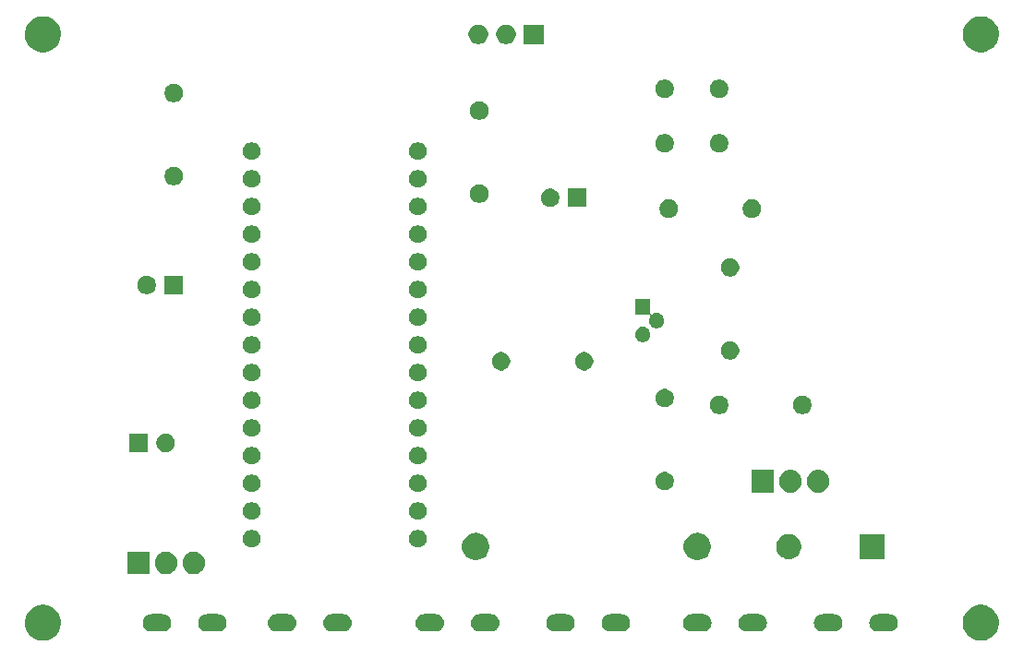
<source format=gts>
G04 #@! TF.GenerationSoftware,KiCad,Pcbnew,5.1.5+dfsg1-2build2*
G04 #@! TF.CreationDate,2021-02-01T08:48:30-06:00*
G04 #@! TF.ProjectId,speaker-switcher-remote,73706561-6b65-4722-9d73-776974636865,rev?*
G04 #@! TF.SameCoordinates,Original*
G04 #@! TF.FileFunction,Soldermask,Top*
G04 #@! TF.FilePolarity,Negative*
%FSLAX46Y46*%
G04 Gerber Fmt 4.6, Leading zero omitted, Abs format (unit mm)*
G04 Created by KiCad (PCBNEW 5.1.5+dfsg1-2build2) date 2021-02-01 08:48:30*
%MOMM*%
%LPD*%
G04 APERTURE LIST*
%ADD10C,0.100000*%
G04 APERTURE END LIST*
D10*
G36*
X191625256Y-123891298D02*
G01*
X191731579Y-123912447D01*
X192032042Y-124036903D01*
X192302451Y-124217585D01*
X192532415Y-124447549D01*
X192708174Y-124710590D01*
X192713098Y-124717960D01*
X192837553Y-125018422D01*
X192901000Y-125337389D01*
X192901000Y-125662611D01*
X192858702Y-125875256D01*
X192837553Y-125981579D01*
X192713097Y-126282042D01*
X192532415Y-126552451D01*
X192302451Y-126782415D01*
X192032042Y-126963097D01*
X191731579Y-127087553D01*
X191625256Y-127108702D01*
X191412611Y-127151000D01*
X191087389Y-127151000D01*
X190874744Y-127108702D01*
X190768421Y-127087553D01*
X190467958Y-126963097D01*
X190197549Y-126782415D01*
X189967585Y-126552451D01*
X189786903Y-126282042D01*
X189662447Y-125981579D01*
X189641298Y-125875256D01*
X189599000Y-125662611D01*
X189599000Y-125337389D01*
X189662447Y-125018422D01*
X189786902Y-124717960D01*
X189791826Y-124710590D01*
X189967585Y-124447549D01*
X190197549Y-124217585D01*
X190467958Y-124036903D01*
X190768421Y-123912447D01*
X190874744Y-123891298D01*
X191087389Y-123849000D01*
X191412611Y-123849000D01*
X191625256Y-123891298D01*
G37*
G36*
X105625256Y-123891298D02*
G01*
X105731579Y-123912447D01*
X106032042Y-124036903D01*
X106302451Y-124217585D01*
X106532415Y-124447549D01*
X106708174Y-124710590D01*
X106713098Y-124717960D01*
X106837553Y-125018422D01*
X106901000Y-125337389D01*
X106901000Y-125662611D01*
X106858702Y-125875256D01*
X106837553Y-125981579D01*
X106713097Y-126282042D01*
X106532415Y-126552451D01*
X106302451Y-126782415D01*
X106032042Y-126963097D01*
X105731579Y-127087553D01*
X105625256Y-127108702D01*
X105412611Y-127151000D01*
X105087389Y-127151000D01*
X104874744Y-127108702D01*
X104768421Y-127087553D01*
X104467958Y-126963097D01*
X104197549Y-126782415D01*
X103967585Y-126552451D01*
X103786903Y-126282042D01*
X103662447Y-125981579D01*
X103641298Y-125875256D01*
X103599000Y-125662611D01*
X103599000Y-125337389D01*
X103662447Y-125018422D01*
X103786902Y-124717960D01*
X103791826Y-124710590D01*
X103967585Y-124447549D01*
X104197549Y-124217585D01*
X104467958Y-124036903D01*
X104768421Y-123912447D01*
X104874744Y-123891298D01*
X105087389Y-123849000D01*
X105412611Y-123849000D01*
X105625256Y-123891298D01*
G37*
G36*
X146368571Y-124702863D02*
G01*
X146447023Y-124710590D01*
X146547682Y-124741125D01*
X146598013Y-124756392D01*
X146737165Y-124830771D01*
X146859133Y-124930867D01*
X146959229Y-125052835D01*
X147033608Y-125191987D01*
X147033608Y-125191988D01*
X147079410Y-125342977D01*
X147094875Y-125500000D01*
X147079410Y-125657023D01*
X147048875Y-125757682D01*
X147033608Y-125808013D01*
X146959229Y-125947165D01*
X146859133Y-126069133D01*
X146737165Y-126169229D01*
X146598013Y-126243608D01*
X146547682Y-126258875D01*
X146447023Y-126289410D01*
X146368571Y-126297137D01*
X146329346Y-126301000D01*
X145250654Y-126301000D01*
X145211429Y-126297137D01*
X145132977Y-126289410D01*
X145032318Y-126258875D01*
X144981987Y-126243608D01*
X144842835Y-126169229D01*
X144720867Y-126069133D01*
X144620771Y-125947165D01*
X144546392Y-125808013D01*
X144531125Y-125757682D01*
X144500590Y-125657023D01*
X144485125Y-125500000D01*
X144500590Y-125342977D01*
X144546392Y-125191988D01*
X144546392Y-125191987D01*
X144620771Y-125052835D01*
X144720867Y-124930867D01*
X144842835Y-124830771D01*
X144981987Y-124756392D01*
X145032318Y-124741125D01*
X145132977Y-124710590D01*
X145211429Y-124702863D01*
X145250654Y-124699000D01*
X146329346Y-124699000D01*
X146368571Y-124702863D01*
G37*
G36*
X170908571Y-124702863D02*
G01*
X170987023Y-124710590D01*
X171087682Y-124741125D01*
X171138013Y-124756392D01*
X171277165Y-124830771D01*
X171399133Y-124930867D01*
X171499229Y-125052835D01*
X171573608Y-125191987D01*
X171573608Y-125191988D01*
X171619410Y-125342977D01*
X171634875Y-125500000D01*
X171619410Y-125657023D01*
X171588875Y-125757682D01*
X171573608Y-125808013D01*
X171499229Y-125947165D01*
X171399133Y-126069133D01*
X171277165Y-126169229D01*
X171138013Y-126243608D01*
X171087682Y-126258875D01*
X170987023Y-126289410D01*
X170908571Y-126297137D01*
X170869346Y-126301000D01*
X169790654Y-126301000D01*
X169751429Y-126297137D01*
X169672977Y-126289410D01*
X169572318Y-126258875D01*
X169521987Y-126243608D01*
X169382835Y-126169229D01*
X169260867Y-126069133D01*
X169160771Y-125947165D01*
X169086392Y-125808013D01*
X169071125Y-125757682D01*
X169040590Y-125657023D01*
X169025125Y-125500000D01*
X169040590Y-125342977D01*
X169086392Y-125191988D01*
X169086392Y-125191987D01*
X169160771Y-125052835D01*
X169260867Y-124930867D01*
X169382835Y-124830771D01*
X169521987Y-124756392D01*
X169572318Y-124741125D01*
X169672977Y-124710590D01*
X169751429Y-124702863D01*
X169790654Y-124699000D01*
X170869346Y-124699000D01*
X170908571Y-124702863D01*
G37*
G36*
X141288571Y-124702863D02*
G01*
X141367023Y-124710590D01*
X141467682Y-124741125D01*
X141518013Y-124756392D01*
X141657165Y-124830771D01*
X141779133Y-124930867D01*
X141879229Y-125052835D01*
X141953608Y-125191987D01*
X141953608Y-125191988D01*
X141999410Y-125342977D01*
X142014875Y-125500000D01*
X141999410Y-125657023D01*
X141968875Y-125757682D01*
X141953608Y-125808013D01*
X141879229Y-125947165D01*
X141779133Y-126069133D01*
X141657165Y-126169229D01*
X141518013Y-126243608D01*
X141467682Y-126258875D01*
X141367023Y-126289410D01*
X141288571Y-126297137D01*
X141249346Y-126301000D01*
X140170654Y-126301000D01*
X140131429Y-126297137D01*
X140052977Y-126289410D01*
X139952318Y-126258875D01*
X139901987Y-126243608D01*
X139762835Y-126169229D01*
X139640867Y-126069133D01*
X139540771Y-125947165D01*
X139466392Y-125808013D01*
X139451125Y-125757682D01*
X139420590Y-125657023D01*
X139405125Y-125500000D01*
X139420590Y-125342977D01*
X139466392Y-125191988D01*
X139466392Y-125191987D01*
X139540771Y-125052835D01*
X139640867Y-124930867D01*
X139762835Y-124830771D01*
X139901987Y-124756392D01*
X139952318Y-124741125D01*
X140052977Y-124710590D01*
X140131429Y-124702863D01*
X140170654Y-124699000D01*
X141249346Y-124699000D01*
X141288571Y-124702863D01*
G37*
G36*
X153288571Y-124702863D02*
G01*
X153367023Y-124710590D01*
X153467682Y-124741125D01*
X153518013Y-124756392D01*
X153657165Y-124830771D01*
X153779133Y-124930867D01*
X153879229Y-125052835D01*
X153953608Y-125191987D01*
X153953608Y-125191988D01*
X153999410Y-125342977D01*
X154014875Y-125500000D01*
X153999410Y-125657023D01*
X153968875Y-125757682D01*
X153953608Y-125808013D01*
X153879229Y-125947165D01*
X153779133Y-126069133D01*
X153657165Y-126169229D01*
X153518013Y-126243608D01*
X153467682Y-126258875D01*
X153367023Y-126289410D01*
X153288571Y-126297137D01*
X153249346Y-126301000D01*
X152170654Y-126301000D01*
X152131429Y-126297137D01*
X152052977Y-126289410D01*
X151952318Y-126258875D01*
X151901987Y-126243608D01*
X151762835Y-126169229D01*
X151640867Y-126069133D01*
X151540771Y-125947165D01*
X151466392Y-125808013D01*
X151451125Y-125757682D01*
X151420590Y-125657023D01*
X151405125Y-125500000D01*
X151420590Y-125342977D01*
X151466392Y-125191988D01*
X151466392Y-125191987D01*
X151540771Y-125052835D01*
X151640867Y-124930867D01*
X151762835Y-124830771D01*
X151901987Y-124756392D01*
X151952318Y-124741125D01*
X152052977Y-124710590D01*
X152131429Y-124702863D01*
X152170654Y-124699000D01*
X153249346Y-124699000D01*
X153288571Y-124702863D01*
G37*
G36*
X158368571Y-124702863D02*
G01*
X158447023Y-124710590D01*
X158547682Y-124741125D01*
X158598013Y-124756392D01*
X158737165Y-124830771D01*
X158859133Y-124930867D01*
X158959229Y-125052835D01*
X159033608Y-125191987D01*
X159033608Y-125191988D01*
X159079410Y-125342977D01*
X159094875Y-125500000D01*
X159079410Y-125657023D01*
X159048875Y-125757682D01*
X159033608Y-125808013D01*
X158959229Y-125947165D01*
X158859133Y-126069133D01*
X158737165Y-126169229D01*
X158598013Y-126243608D01*
X158547682Y-126258875D01*
X158447023Y-126289410D01*
X158368571Y-126297137D01*
X158329346Y-126301000D01*
X157250654Y-126301000D01*
X157211429Y-126297137D01*
X157132977Y-126289410D01*
X157032318Y-126258875D01*
X156981987Y-126243608D01*
X156842835Y-126169229D01*
X156720867Y-126069133D01*
X156620771Y-125947165D01*
X156546392Y-125808013D01*
X156531125Y-125757682D01*
X156500590Y-125657023D01*
X156485125Y-125500000D01*
X156500590Y-125342977D01*
X156546392Y-125191988D01*
X156546392Y-125191987D01*
X156620771Y-125052835D01*
X156720867Y-124930867D01*
X156842835Y-124830771D01*
X156981987Y-124756392D01*
X157032318Y-124741125D01*
X157132977Y-124710590D01*
X157211429Y-124702863D01*
X157250654Y-124699000D01*
X158329346Y-124699000D01*
X158368571Y-124702863D01*
G37*
G36*
X116288571Y-124702863D02*
G01*
X116367023Y-124710590D01*
X116467682Y-124741125D01*
X116518013Y-124756392D01*
X116657165Y-124830771D01*
X116779133Y-124930867D01*
X116879229Y-125052835D01*
X116953608Y-125191987D01*
X116953608Y-125191988D01*
X116999410Y-125342977D01*
X117014875Y-125500000D01*
X116999410Y-125657023D01*
X116968875Y-125757682D01*
X116953608Y-125808013D01*
X116879229Y-125947165D01*
X116779133Y-126069133D01*
X116657165Y-126169229D01*
X116518013Y-126243608D01*
X116467682Y-126258875D01*
X116367023Y-126289410D01*
X116288571Y-126297137D01*
X116249346Y-126301000D01*
X115170654Y-126301000D01*
X115131429Y-126297137D01*
X115052977Y-126289410D01*
X114952318Y-126258875D01*
X114901987Y-126243608D01*
X114762835Y-126169229D01*
X114640867Y-126069133D01*
X114540771Y-125947165D01*
X114466392Y-125808013D01*
X114451125Y-125757682D01*
X114420590Y-125657023D01*
X114405125Y-125500000D01*
X114420590Y-125342977D01*
X114466392Y-125191988D01*
X114466392Y-125191987D01*
X114540771Y-125052835D01*
X114640867Y-124930867D01*
X114762835Y-124830771D01*
X114901987Y-124756392D01*
X114952318Y-124741125D01*
X115052977Y-124710590D01*
X115131429Y-124702863D01*
X115170654Y-124699000D01*
X116249346Y-124699000D01*
X116288571Y-124702863D01*
G37*
G36*
X121368571Y-124702863D02*
G01*
X121447023Y-124710590D01*
X121547682Y-124741125D01*
X121598013Y-124756392D01*
X121737165Y-124830771D01*
X121859133Y-124930867D01*
X121959229Y-125052835D01*
X122033608Y-125191987D01*
X122033608Y-125191988D01*
X122079410Y-125342977D01*
X122094875Y-125500000D01*
X122079410Y-125657023D01*
X122048875Y-125757682D01*
X122033608Y-125808013D01*
X121959229Y-125947165D01*
X121859133Y-126069133D01*
X121737165Y-126169229D01*
X121598013Y-126243608D01*
X121547682Y-126258875D01*
X121447023Y-126289410D01*
X121368571Y-126297137D01*
X121329346Y-126301000D01*
X120250654Y-126301000D01*
X120211429Y-126297137D01*
X120132977Y-126289410D01*
X120032318Y-126258875D01*
X119981987Y-126243608D01*
X119842835Y-126169229D01*
X119720867Y-126069133D01*
X119620771Y-125947165D01*
X119546392Y-125808013D01*
X119531125Y-125757682D01*
X119500590Y-125657023D01*
X119485125Y-125500000D01*
X119500590Y-125342977D01*
X119546392Y-125191988D01*
X119546392Y-125191987D01*
X119620771Y-125052835D01*
X119720867Y-124930867D01*
X119842835Y-124830771D01*
X119981987Y-124756392D01*
X120032318Y-124741125D01*
X120132977Y-124710590D01*
X120211429Y-124702863D01*
X120250654Y-124699000D01*
X121329346Y-124699000D01*
X121368571Y-124702863D01*
G37*
G36*
X127748571Y-124702863D02*
G01*
X127827023Y-124710590D01*
X127927682Y-124741125D01*
X127978013Y-124756392D01*
X128117165Y-124830771D01*
X128239133Y-124930867D01*
X128339229Y-125052835D01*
X128413608Y-125191987D01*
X128413608Y-125191988D01*
X128459410Y-125342977D01*
X128474875Y-125500000D01*
X128459410Y-125657023D01*
X128428875Y-125757682D01*
X128413608Y-125808013D01*
X128339229Y-125947165D01*
X128239133Y-126069133D01*
X128117165Y-126169229D01*
X127978013Y-126243608D01*
X127927682Y-126258875D01*
X127827023Y-126289410D01*
X127748571Y-126297137D01*
X127709346Y-126301000D01*
X126630654Y-126301000D01*
X126591429Y-126297137D01*
X126512977Y-126289410D01*
X126412318Y-126258875D01*
X126361987Y-126243608D01*
X126222835Y-126169229D01*
X126100867Y-126069133D01*
X126000771Y-125947165D01*
X125926392Y-125808013D01*
X125911125Y-125757682D01*
X125880590Y-125657023D01*
X125865125Y-125500000D01*
X125880590Y-125342977D01*
X125926392Y-125191988D01*
X125926392Y-125191987D01*
X126000771Y-125052835D01*
X126100867Y-124930867D01*
X126222835Y-124830771D01*
X126361987Y-124756392D01*
X126412318Y-124741125D01*
X126512977Y-124710590D01*
X126591429Y-124702863D01*
X126630654Y-124699000D01*
X127709346Y-124699000D01*
X127748571Y-124702863D01*
G37*
G36*
X132828571Y-124702863D02*
G01*
X132907023Y-124710590D01*
X133007682Y-124741125D01*
X133058013Y-124756392D01*
X133197165Y-124830771D01*
X133319133Y-124930867D01*
X133419229Y-125052835D01*
X133493608Y-125191987D01*
X133493608Y-125191988D01*
X133539410Y-125342977D01*
X133554875Y-125500000D01*
X133539410Y-125657023D01*
X133508875Y-125757682D01*
X133493608Y-125808013D01*
X133419229Y-125947165D01*
X133319133Y-126069133D01*
X133197165Y-126169229D01*
X133058013Y-126243608D01*
X133007682Y-126258875D01*
X132907023Y-126289410D01*
X132828571Y-126297137D01*
X132789346Y-126301000D01*
X131710654Y-126301000D01*
X131671429Y-126297137D01*
X131592977Y-126289410D01*
X131492318Y-126258875D01*
X131441987Y-126243608D01*
X131302835Y-126169229D01*
X131180867Y-126069133D01*
X131080771Y-125947165D01*
X131006392Y-125808013D01*
X130991125Y-125757682D01*
X130960590Y-125657023D01*
X130945125Y-125500000D01*
X130960590Y-125342977D01*
X131006392Y-125191988D01*
X131006392Y-125191987D01*
X131080771Y-125052835D01*
X131180867Y-124930867D01*
X131302835Y-124830771D01*
X131441987Y-124756392D01*
X131492318Y-124741125D01*
X131592977Y-124710590D01*
X131671429Y-124702863D01*
X131710654Y-124699000D01*
X132789346Y-124699000D01*
X132828571Y-124702863D01*
G37*
G36*
X165828571Y-124702863D02*
G01*
X165907023Y-124710590D01*
X166007682Y-124741125D01*
X166058013Y-124756392D01*
X166197165Y-124830771D01*
X166319133Y-124930867D01*
X166419229Y-125052835D01*
X166493608Y-125191987D01*
X166493608Y-125191988D01*
X166539410Y-125342977D01*
X166554875Y-125500000D01*
X166539410Y-125657023D01*
X166508875Y-125757682D01*
X166493608Y-125808013D01*
X166419229Y-125947165D01*
X166319133Y-126069133D01*
X166197165Y-126169229D01*
X166058013Y-126243608D01*
X166007682Y-126258875D01*
X165907023Y-126289410D01*
X165828571Y-126297137D01*
X165789346Y-126301000D01*
X164710654Y-126301000D01*
X164671429Y-126297137D01*
X164592977Y-126289410D01*
X164492318Y-126258875D01*
X164441987Y-126243608D01*
X164302835Y-126169229D01*
X164180867Y-126069133D01*
X164080771Y-125947165D01*
X164006392Y-125808013D01*
X163991125Y-125757682D01*
X163960590Y-125657023D01*
X163945125Y-125500000D01*
X163960590Y-125342977D01*
X164006392Y-125191988D01*
X164006392Y-125191987D01*
X164080771Y-125052835D01*
X164180867Y-124930867D01*
X164302835Y-124830771D01*
X164441987Y-124756392D01*
X164492318Y-124741125D01*
X164592977Y-124710590D01*
X164671429Y-124702863D01*
X164710654Y-124699000D01*
X165789346Y-124699000D01*
X165828571Y-124702863D01*
G37*
G36*
X177828571Y-124702863D02*
G01*
X177907023Y-124710590D01*
X178007682Y-124741125D01*
X178058013Y-124756392D01*
X178197165Y-124830771D01*
X178319133Y-124930867D01*
X178419229Y-125052835D01*
X178493608Y-125191987D01*
X178493608Y-125191988D01*
X178539410Y-125342977D01*
X178554875Y-125500000D01*
X178539410Y-125657023D01*
X178508875Y-125757682D01*
X178493608Y-125808013D01*
X178419229Y-125947165D01*
X178319133Y-126069133D01*
X178197165Y-126169229D01*
X178058013Y-126243608D01*
X178007682Y-126258875D01*
X177907023Y-126289410D01*
X177828571Y-126297137D01*
X177789346Y-126301000D01*
X176710654Y-126301000D01*
X176671429Y-126297137D01*
X176592977Y-126289410D01*
X176492318Y-126258875D01*
X176441987Y-126243608D01*
X176302835Y-126169229D01*
X176180867Y-126069133D01*
X176080771Y-125947165D01*
X176006392Y-125808013D01*
X175991125Y-125757682D01*
X175960590Y-125657023D01*
X175945125Y-125500000D01*
X175960590Y-125342977D01*
X176006392Y-125191988D01*
X176006392Y-125191987D01*
X176080771Y-125052835D01*
X176180867Y-124930867D01*
X176302835Y-124830771D01*
X176441987Y-124756392D01*
X176492318Y-124741125D01*
X176592977Y-124710590D01*
X176671429Y-124702863D01*
X176710654Y-124699000D01*
X177789346Y-124699000D01*
X177828571Y-124702863D01*
G37*
G36*
X182908571Y-124702863D02*
G01*
X182987023Y-124710590D01*
X183087682Y-124741125D01*
X183138013Y-124756392D01*
X183277165Y-124830771D01*
X183399133Y-124930867D01*
X183499229Y-125052835D01*
X183573608Y-125191987D01*
X183573608Y-125191988D01*
X183619410Y-125342977D01*
X183634875Y-125500000D01*
X183619410Y-125657023D01*
X183588875Y-125757682D01*
X183573608Y-125808013D01*
X183499229Y-125947165D01*
X183399133Y-126069133D01*
X183277165Y-126169229D01*
X183138013Y-126243608D01*
X183087682Y-126258875D01*
X182987023Y-126289410D01*
X182908571Y-126297137D01*
X182869346Y-126301000D01*
X181790654Y-126301000D01*
X181751429Y-126297137D01*
X181672977Y-126289410D01*
X181572318Y-126258875D01*
X181521987Y-126243608D01*
X181382835Y-126169229D01*
X181260867Y-126069133D01*
X181160771Y-125947165D01*
X181086392Y-125808013D01*
X181071125Y-125757682D01*
X181040590Y-125657023D01*
X181025125Y-125500000D01*
X181040590Y-125342977D01*
X181086392Y-125191988D01*
X181086392Y-125191987D01*
X181160771Y-125052835D01*
X181260867Y-124930867D01*
X181382835Y-124830771D01*
X181521987Y-124756392D01*
X181572318Y-124741125D01*
X181672977Y-124710590D01*
X181751429Y-124702863D01*
X181790654Y-124699000D01*
X182869346Y-124699000D01*
X182908571Y-124702863D01*
G37*
G36*
X119276719Y-118963520D02*
G01*
X119465880Y-119020901D01*
X119465883Y-119020902D01*
X119558333Y-119070318D01*
X119640212Y-119114083D01*
X119793015Y-119239485D01*
X119918417Y-119392288D01*
X120011599Y-119566619D01*
X120068980Y-119755780D01*
X120083500Y-119903206D01*
X120083500Y-120096793D01*
X120068980Y-120244219D01*
X120011599Y-120433380D01*
X120011598Y-120433383D01*
X119962182Y-120525833D01*
X119918417Y-120607712D01*
X119793015Y-120760515D01*
X119640212Y-120885917D01*
X119465881Y-120979099D01*
X119276720Y-121036480D01*
X119080000Y-121055855D01*
X118883281Y-121036480D01*
X118694120Y-120979099D01*
X118519788Y-120885917D01*
X118366985Y-120760515D01*
X118241583Y-120607712D01*
X118148401Y-120433381D01*
X118091020Y-120244220D01*
X118076500Y-120096794D01*
X118076500Y-119903207D01*
X118091020Y-119755781D01*
X118148401Y-119566620D01*
X118148402Y-119566617D01*
X118240647Y-119394040D01*
X118241583Y-119392288D01*
X118366985Y-119239485D01*
X118519788Y-119114083D01*
X118694119Y-119020901D01*
X118883280Y-118963520D01*
X119080000Y-118944145D01*
X119276719Y-118963520D01*
G37*
G36*
X116736719Y-118963520D02*
G01*
X116925880Y-119020901D01*
X116925883Y-119020902D01*
X117018333Y-119070318D01*
X117100212Y-119114083D01*
X117253015Y-119239485D01*
X117378417Y-119392288D01*
X117471599Y-119566619D01*
X117528980Y-119755780D01*
X117543500Y-119903206D01*
X117543500Y-120096793D01*
X117528980Y-120244219D01*
X117471599Y-120433380D01*
X117471598Y-120433383D01*
X117422182Y-120525833D01*
X117378417Y-120607712D01*
X117253015Y-120760515D01*
X117100212Y-120885917D01*
X116925881Y-120979099D01*
X116736720Y-121036480D01*
X116540000Y-121055855D01*
X116343281Y-121036480D01*
X116154120Y-120979099D01*
X115979788Y-120885917D01*
X115826985Y-120760515D01*
X115701583Y-120607712D01*
X115608401Y-120433381D01*
X115551020Y-120244220D01*
X115536500Y-120096794D01*
X115536500Y-119903207D01*
X115551020Y-119755781D01*
X115608401Y-119566620D01*
X115608402Y-119566617D01*
X115700647Y-119394040D01*
X115701583Y-119392288D01*
X115826985Y-119239485D01*
X115979788Y-119114083D01*
X116154119Y-119020901D01*
X116343280Y-118963520D01*
X116540000Y-118944145D01*
X116736719Y-118963520D01*
G37*
G36*
X115003500Y-121051000D02*
G01*
X112996500Y-121051000D01*
X112996500Y-118949000D01*
X115003500Y-118949000D01*
X115003500Y-121051000D01*
G37*
G36*
X165437277Y-117261743D02*
G01*
X165614903Y-117297075D01*
X165842571Y-117391378D01*
X166047466Y-117528285D01*
X166221715Y-117702534D01*
X166326980Y-117860074D01*
X166358623Y-117907431D01*
X166452925Y-118135097D01*
X166501000Y-118376786D01*
X166501000Y-118623214D01*
X166452925Y-118864903D01*
X166378243Y-119045203D01*
X166358622Y-119092571D01*
X166221715Y-119297466D01*
X166047466Y-119471715D01*
X165842571Y-119608622D01*
X165842570Y-119608623D01*
X165842569Y-119608623D01*
X165614903Y-119702925D01*
X165373214Y-119751000D01*
X165126786Y-119751000D01*
X164885097Y-119702925D01*
X164657431Y-119608623D01*
X164657430Y-119608623D01*
X164657429Y-119608622D01*
X164452534Y-119471715D01*
X164278285Y-119297466D01*
X164141378Y-119092571D01*
X164121758Y-119045203D01*
X164047075Y-118864903D01*
X163999000Y-118623214D01*
X163999000Y-118376786D01*
X164047075Y-118135097D01*
X164141377Y-117907431D01*
X164173020Y-117860074D01*
X164278285Y-117702534D01*
X164452534Y-117528285D01*
X164657429Y-117391378D01*
X164885097Y-117297075D01*
X165062723Y-117261743D01*
X165126786Y-117249000D01*
X165373214Y-117249000D01*
X165437277Y-117261743D01*
G37*
G36*
X145117277Y-117261743D02*
G01*
X145294903Y-117297075D01*
X145522571Y-117391378D01*
X145727466Y-117528285D01*
X145901715Y-117702534D01*
X146006980Y-117860074D01*
X146038623Y-117907431D01*
X146132925Y-118135097D01*
X146181000Y-118376786D01*
X146181000Y-118623214D01*
X146132925Y-118864903D01*
X146058243Y-119045203D01*
X146038622Y-119092571D01*
X145901715Y-119297466D01*
X145727466Y-119471715D01*
X145522571Y-119608622D01*
X145522570Y-119608623D01*
X145522569Y-119608623D01*
X145294903Y-119702925D01*
X145053214Y-119751000D01*
X144806786Y-119751000D01*
X144565097Y-119702925D01*
X144337431Y-119608623D01*
X144337430Y-119608623D01*
X144337429Y-119608622D01*
X144132534Y-119471715D01*
X143958285Y-119297466D01*
X143821378Y-119092571D01*
X143801758Y-119045203D01*
X143727075Y-118864903D01*
X143679000Y-118623214D01*
X143679000Y-118376786D01*
X143727075Y-118135097D01*
X143821377Y-117907431D01*
X143853020Y-117860074D01*
X143958285Y-117702534D01*
X144132534Y-117528285D01*
X144337429Y-117391378D01*
X144565097Y-117297075D01*
X144742723Y-117261743D01*
X144806786Y-117249000D01*
X145053214Y-117249000D01*
X145117277Y-117261743D01*
G37*
G36*
X182401000Y-119651000D02*
G01*
X180099000Y-119651000D01*
X180099000Y-117349000D01*
X182401000Y-117349000D01*
X182401000Y-119651000D01*
G37*
G36*
X173854549Y-117371116D02*
G01*
X173965734Y-117393232D01*
X174175203Y-117479997D01*
X174363720Y-117605960D01*
X174524040Y-117766280D01*
X174650003Y-117954797D01*
X174736768Y-118164266D01*
X174781000Y-118386636D01*
X174781000Y-118613364D01*
X174736768Y-118835734D01*
X174650003Y-119045203D01*
X174524040Y-119233720D01*
X174363720Y-119394040D01*
X174175203Y-119520003D01*
X173965734Y-119606768D01*
X173854549Y-119628884D01*
X173743365Y-119651000D01*
X173516635Y-119651000D01*
X173405451Y-119628884D01*
X173294266Y-119606768D01*
X173084797Y-119520003D01*
X172896280Y-119394040D01*
X172735960Y-119233720D01*
X172609997Y-119045203D01*
X172523232Y-118835734D01*
X172479000Y-118613364D01*
X172479000Y-118386636D01*
X172523232Y-118164266D01*
X172609997Y-117954797D01*
X172735960Y-117766280D01*
X172896280Y-117605960D01*
X173084797Y-117479997D01*
X173294266Y-117393232D01*
X173405451Y-117371116D01*
X173516635Y-117349000D01*
X173743365Y-117349000D01*
X173854549Y-117371116D01*
G37*
G36*
X139857142Y-116998242D02*
G01*
X140005101Y-117059529D01*
X140138255Y-117148499D01*
X140251501Y-117261745D01*
X140340471Y-117394899D01*
X140401758Y-117542858D01*
X140433000Y-117699925D01*
X140433000Y-117860075D01*
X140401758Y-118017142D01*
X140340471Y-118165101D01*
X140251501Y-118298255D01*
X140138255Y-118411501D01*
X140005101Y-118500471D01*
X139857142Y-118561758D01*
X139700075Y-118593000D01*
X139539925Y-118593000D01*
X139382858Y-118561758D01*
X139234899Y-118500471D01*
X139101745Y-118411501D01*
X138988499Y-118298255D01*
X138899529Y-118165101D01*
X138838242Y-118017142D01*
X138807000Y-117860075D01*
X138807000Y-117699925D01*
X138838242Y-117542858D01*
X138899529Y-117394899D01*
X138988499Y-117261745D01*
X139101745Y-117148499D01*
X139234899Y-117059529D01*
X139382858Y-116998242D01*
X139539925Y-116967000D01*
X139700075Y-116967000D01*
X139857142Y-116998242D01*
G37*
G36*
X124617142Y-116998242D02*
G01*
X124765101Y-117059529D01*
X124898255Y-117148499D01*
X125011501Y-117261745D01*
X125100471Y-117394899D01*
X125161758Y-117542858D01*
X125193000Y-117699925D01*
X125193000Y-117860075D01*
X125161758Y-118017142D01*
X125100471Y-118165101D01*
X125011501Y-118298255D01*
X124898255Y-118411501D01*
X124765101Y-118500471D01*
X124617142Y-118561758D01*
X124460075Y-118593000D01*
X124299925Y-118593000D01*
X124142858Y-118561758D01*
X123994899Y-118500471D01*
X123861745Y-118411501D01*
X123748499Y-118298255D01*
X123659529Y-118165101D01*
X123598242Y-118017142D01*
X123567000Y-117860075D01*
X123567000Y-117699925D01*
X123598242Y-117542858D01*
X123659529Y-117394899D01*
X123748499Y-117261745D01*
X123861745Y-117148499D01*
X123994899Y-117059529D01*
X124142858Y-116998242D01*
X124299925Y-116967000D01*
X124460075Y-116967000D01*
X124617142Y-116998242D01*
G37*
G36*
X139857142Y-114458242D02*
G01*
X140005101Y-114519529D01*
X140138255Y-114608499D01*
X140251501Y-114721745D01*
X140340471Y-114854899D01*
X140401758Y-115002858D01*
X140433000Y-115159925D01*
X140433000Y-115320075D01*
X140401758Y-115477142D01*
X140340471Y-115625101D01*
X140251501Y-115758255D01*
X140138255Y-115871501D01*
X140005101Y-115960471D01*
X139857142Y-116021758D01*
X139700075Y-116053000D01*
X139539925Y-116053000D01*
X139382858Y-116021758D01*
X139234899Y-115960471D01*
X139101745Y-115871501D01*
X138988499Y-115758255D01*
X138899529Y-115625101D01*
X138838242Y-115477142D01*
X138807000Y-115320075D01*
X138807000Y-115159925D01*
X138838242Y-115002858D01*
X138899529Y-114854899D01*
X138988499Y-114721745D01*
X139101745Y-114608499D01*
X139234899Y-114519529D01*
X139382858Y-114458242D01*
X139539925Y-114427000D01*
X139700075Y-114427000D01*
X139857142Y-114458242D01*
G37*
G36*
X124617142Y-114458242D02*
G01*
X124765101Y-114519529D01*
X124898255Y-114608499D01*
X125011501Y-114721745D01*
X125100471Y-114854899D01*
X125161758Y-115002858D01*
X125193000Y-115159925D01*
X125193000Y-115320075D01*
X125161758Y-115477142D01*
X125100471Y-115625101D01*
X125011501Y-115758255D01*
X124898255Y-115871501D01*
X124765101Y-115960471D01*
X124617142Y-116021758D01*
X124460075Y-116053000D01*
X124299925Y-116053000D01*
X124142858Y-116021758D01*
X123994899Y-115960471D01*
X123861745Y-115871501D01*
X123748499Y-115758255D01*
X123659529Y-115625101D01*
X123598242Y-115477142D01*
X123567000Y-115320075D01*
X123567000Y-115159925D01*
X123598242Y-115002858D01*
X123659529Y-114854899D01*
X123748499Y-114721745D01*
X123861745Y-114608499D01*
X123994899Y-114519529D01*
X124142858Y-114458242D01*
X124299925Y-114427000D01*
X124460075Y-114427000D01*
X124617142Y-114458242D01*
G37*
G36*
X173986719Y-111463520D02*
G01*
X174175880Y-111520901D01*
X174175883Y-111520902D01*
X174268333Y-111570318D01*
X174350212Y-111614083D01*
X174503015Y-111739485D01*
X174628417Y-111892288D01*
X174721599Y-112066619D01*
X174778980Y-112255780D01*
X174793500Y-112403206D01*
X174793500Y-112596793D01*
X174778980Y-112744219D01*
X174768103Y-112780075D01*
X174721598Y-112933383D01*
X174719588Y-112937143D01*
X174628417Y-113107712D01*
X174503015Y-113260515D01*
X174350212Y-113385917D01*
X174175881Y-113479099D01*
X173986720Y-113536480D01*
X173790000Y-113555855D01*
X173593281Y-113536480D01*
X173404120Y-113479099D01*
X173229788Y-113385917D01*
X173076985Y-113260515D01*
X172951583Y-113107712D01*
X172858401Y-112933381D01*
X172801020Y-112744220D01*
X172786500Y-112596794D01*
X172786500Y-112403207D01*
X172801020Y-112255781D01*
X172858401Y-112066620D01*
X172858402Y-112066617D01*
X172916716Y-111957520D01*
X172951583Y-111892288D01*
X173076985Y-111739485D01*
X173229788Y-111614083D01*
X173404119Y-111520901D01*
X173593280Y-111463520D01*
X173790000Y-111444145D01*
X173986719Y-111463520D01*
G37*
G36*
X176526719Y-111463520D02*
G01*
X176715880Y-111520901D01*
X176715883Y-111520902D01*
X176808333Y-111570318D01*
X176890212Y-111614083D01*
X177043015Y-111739485D01*
X177168417Y-111892288D01*
X177261599Y-112066619D01*
X177318980Y-112255780D01*
X177333500Y-112403206D01*
X177333500Y-112596793D01*
X177318980Y-112744219D01*
X177308103Y-112780075D01*
X177261598Y-112933383D01*
X177259588Y-112937143D01*
X177168417Y-113107712D01*
X177043015Y-113260515D01*
X176890212Y-113385917D01*
X176715881Y-113479099D01*
X176526720Y-113536480D01*
X176330000Y-113555855D01*
X176133281Y-113536480D01*
X175944120Y-113479099D01*
X175769788Y-113385917D01*
X175616985Y-113260515D01*
X175491583Y-113107712D01*
X175398401Y-112933381D01*
X175341020Y-112744220D01*
X175326500Y-112596794D01*
X175326500Y-112403207D01*
X175341020Y-112255781D01*
X175398401Y-112066620D01*
X175398402Y-112066617D01*
X175456716Y-111957520D01*
X175491583Y-111892288D01*
X175616985Y-111739485D01*
X175769788Y-111614083D01*
X175944119Y-111520901D01*
X176133280Y-111463520D01*
X176330000Y-111444145D01*
X176526719Y-111463520D01*
G37*
G36*
X172253500Y-113551000D02*
G01*
X170246500Y-113551000D01*
X170246500Y-111449000D01*
X172253500Y-111449000D01*
X172253500Y-113551000D01*
G37*
G36*
X139857142Y-111918242D02*
G01*
X140005101Y-111979529D01*
X140138255Y-112068499D01*
X140251501Y-112181745D01*
X140340471Y-112314899D01*
X140401758Y-112462858D01*
X140433000Y-112619925D01*
X140433000Y-112780075D01*
X140401758Y-112937142D01*
X140340471Y-113085101D01*
X140251501Y-113218255D01*
X140138255Y-113331501D01*
X140005101Y-113420471D01*
X139857142Y-113481758D01*
X139700075Y-113513000D01*
X139539925Y-113513000D01*
X139382858Y-113481758D01*
X139234899Y-113420471D01*
X139101745Y-113331501D01*
X138988499Y-113218255D01*
X138899529Y-113085101D01*
X138838242Y-112937142D01*
X138807000Y-112780075D01*
X138807000Y-112619925D01*
X138838242Y-112462858D01*
X138899529Y-112314899D01*
X138988499Y-112181745D01*
X139101745Y-112068499D01*
X139234899Y-111979529D01*
X139382858Y-111918242D01*
X139539925Y-111887000D01*
X139700075Y-111887000D01*
X139857142Y-111918242D01*
G37*
G36*
X124617142Y-111918242D02*
G01*
X124765101Y-111979529D01*
X124898255Y-112068499D01*
X125011501Y-112181745D01*
X125100471Y-112314899D01*
X125161758Y-112462858D01*
X125193000Y-112619925D01*
X125193000Y-112780075D01*
X125161758Y-112937142D01*
X125100471Y-113085101D01*
X125011501Y-113218255D01*
X124898255Y-113331501D01*
X124765101Y-113420471D01*
X124617142Y-113481758D01*
X124460075Y-113513000D01*
X124299925Y-113513000D01*
X124142858Y-113481758D01*
X123994899Y-113420471D01*
X123861745Y-113331501D01*
X123748499Y-113218255D01*
X123659529Y-113085101D01*
X123598242Y-112937142D01*
X123567000Y-112780075D01*
X123567000Y-112619925D01*
X123598242Y-112462858D01*
X123659529Y-112314899D01*
X123748499Y-112181745D01*
X123861745Y-112068499D01*
X123994899Y-111979529D01*
X124142858Y-111918242D01*
X124299925Y-111887000D01*
X124460075Y-111887000D01*
X124617142Y-111918242D01*
G37*
G36*
X162498228Y-111681703D02*
G01*
X162653100Y-111745853D01*
X162792481Y-111838985D01*
X162911015Y-111957519D01*
X163004147Y-112096900D01*
X163068297Y-112251772D01*
X163101000Y-112416184D01*
X163101000Y-112583816D01*
X163068297Y-112748228D01*
X163004147Y-112903100D01*
X162911015Y-113042481D01*
X162792481Y-113161015D01*
X162653100Y-113254147D01*
X162498228Y-113318297D01*
X162333816Y-113351000D01*
X162166184Y-113351000D01*
X162001772Y-113318297D01*
X161846900Y-113254147D01*
X161707519Y-113161015D01*
X161588985Y-113042481D01*
X161495853Y-112903100D01*
X161431703Y-112748228D01*
X161399000Y-112583816D01*
X161399000Y-112416184D01*
X161431703Y-112251772D01*
X161495853Y-112096900D01*
X161588985Y-111957519D01*
X161707519Y-111838985D01*
X161846900Y-111745853D01*
X162001772Y-111681703D01*
X162166184Y-111649000D01*
X162333816Y-111649000D01*
X162498228Y-111681703D01*
G37*
G36*
X124617142Y-109378242D02*
G01*
X124765101Y-109439529D01*
X124898255Y-109528499D01*
X125011501Y-109641745D01*
X125100471Y-109774899D01*
X125161758Y-109922858D01*
X125193000Y-110079925D01*
X125193000Y-110240075D01*
X125161758Y-110397142D01*
X125100471Y-110545101D01*
X125011501Y-110678255D01*
X124898255Y-110791501D01*
X124765101Y-110880471D01*
X124617142Y-110941758D01*
X124460075Y-110973000D01*
X124299925Y-110973000D01*
X124142858Y-110941758D01*
X123994899Y-110880471D01*
X123861745Y-110791501D01*
X123748499Y-110678255D01*
X123659529Y-110545101D01*
X123598242Y-110397142D01*
X123567000Y-110240075D01*
X123567000Y-110079925D01*
X123598242Y-109922858D01*
X123659529Y-109774899D01*
X123748499Y-109641745D01*
X123861745Y-109528499D01*
X123994899Y-109439529D01*
X124142858Y-109378242D01*
X124299925Y-109347000D01*
X124460075Y-109347000D01*
X124617142Y-109378242D01*
G37*
G36*
X139857142Y-109378242D02*
G01*
X140005101Y-109439529D01*
X140138255Y-109528499D01*
X140251501Y-109641745D01*
X140340471Y-109774899D01*
X140401758Y-109922858D01*
X140433000Y-110079925D01*
X140433000Y-110240075D01*
X140401758Y-110397142D01*
X140340471Y-110545101D01*
X140251501Y-110678255D01*
X140138255Y-110791501D01*
X140005101Y-110880471D01*
X139857142Y-110941758D01*
X139700075Y-110973000D01*
X139539925Y-110973000D01*
X139382858Y-110941758D01*
X139234899Y-110880471D01*
X139101745Y-110791501D01*
X138988499Y-110678255D01*
X138899529Y-110545101D01*
X138838242Y-110397142D01*
X138807000Y-110240075D01*
X138807000Y-110079925D01*
X138838242Y-109922858D01*
X138899529Y-109774899D01*
X138988499Y-109641745D01*
X139101745Y-109528499D01*
X139234899Y-109439529D01*
X139382858Y-109378242D01*
X139539925Y-109347000D01*
X139700075Y-109347000D01*
X139857142Y-109378242D01*
G37*
G36*
X116748228Y-108181703D02*
G01*
X116903100Y-108245853D01*
X117042481Y-108338985D01*
X117161015Y-108457519D01*
X117254147Y-108596900D01*
X117318297Y-108751772D01*
X117351000Y-108916184D01*
X117351000Y-109083816D01*
X117318297Y-109248228D01*
X117254147Y-109403100D01*
X117161015Y-109542481D01*
X117042481Y-109661015D01*
X116903100Y-109754147D01*
X116748228Y-109818297D01*
X116583816Y-109851000D01*
X116416184Y-109851000D01*
X116251772Y-109818297D01*
X116096900Y-109754147D01*
X115957519Y-109661015D01*
X115838985Y-109542481D01*
X115745853Y-109403100D01*
X115681703Y-109248228D01*
X115649000Y-109083816D01*
X115649000Y-108916184D01*
X115681703Y-108751772D01*
X115745853Y-108596900D01*
X115838985Y-108457519D01*
X115957519Y-108338985D01*
X116096900Y-108245853D01*
X116251772Y-108181703D01*
X116416184Y-108149000D01*
X116583816Y-108149000D01*
X116748228Y-108181703D01*
G37*
G36*
X114851000Y-109851000D02*
G01*
X113149000Y-109851000D01*
X113149000Y-108149000D01*
X114851000Y-108149000D01*
X114851000Y-109851000D01*
G37*
G36*
X139857142Y-106838242D02*
G01*
X140005101Y-106899529D01*
X140138255Y-106988499D01*
X140251501Y-107101745D01*
X140340471Y-107234899D01*
X140401758Y-107382858D01*
X140433000Y-107539925D01*
X140433000Y-107700075D01*
X140401758Y-107857142D01*
X140340471Y-108005101D01*
X140251501Y-108138255D01*
X140138255Y-108251501D01*
X140005101Y-108340471D01*
X139857142Y-108401758D01*
X139700075Y-108433000D01*
X139539925Y-108433000D01*
X139382858Y-108401758D01*
X139234899Y-108340471D01*
X139101745Y-108251501D01*
X138988499Y-108138255D01*
X138899529Y-108005101D01*
X138838242Y-107857142D01*
X138807000Y-107700075D01*
X138807000Y-107539925D01*
X138838242Y-107382858D01*
X138899529Y-107234899D01*
X138988499Y-107101745D01*
X139101745Y-106988499D01*
X139234899Y-106899529D01*
X139382858Y-106838242D01*
X139539925Y-106807000D01*
X139700075Y-106807000D01*
X139857142Y-106838242D01*
G37*
G36*
X124617142Y-106838242D02*
G01*
X124765101Y-106899529D01*
X124898255Y-106988499D01*
X125011501Y-107101745D01*
X125100471Y-107234899D01*
X125161758Y-107382858D01*
X125193000Y-107539925D01*
X125193000Y-107700075D01*
X125161758Y-107857142D01*
X125100471Y-108005101D01*
X125011501Y-108138255D01*
X124898255Y-108251501D01*
X124765101Y-108340471D01*
X124617142Y-108401758D01*
X124460075Y-108433000D01*
X124299925Y-108433000D01*
X124142858Y-108401758D01*
X123994899Y-108340471D01*
X123861745Y-108251501D01*
X123748499Y-108138255D01*
X123659529Y-108005101D01*
X123598242Y-107857142D01*
X123567000Y-107700075D01*
X123567000Y-107539925D01*
X123598242Y-107382858D01*
X123659529Y-107234899D01*
X123748499Y-107101745D01*
X123861745Y-106988499D01*
X123994899Y-106899529D01*
X124142858Y-106838242D01*
X124299925Y-106807000D01*
X124460075Y-106807000D01*
X124617142Y-106838242D01*
G37*
G36*
X175118228Y-104681703D02*
G01*
X175273100Y-104745853D01*
X175412481Y-104838985D01*
X175531015Y-104957519D01*
X175624147Y-105096900D01*
X175688297Y-105251772D01*
X175721000Y-105416184D01*
X175721000Y-105583816D01*
X175688297Y-105748228D01*
X175624147Y-105903100D01*
X175531015Y-106042481D01*
X175412481Y-106161015D01*
X175273100Y-106254147D01*
X175118228Y-106318297D01*
X174953816Y-106351000D01*
X174786184Y-106351000D01*
X174621772Y-106318297D01*
X174466900Y-106254147D01*
X174327519Y-106161015D01*
X174208985Y-106042481D01*
X174115853Y-105903100D01*
X174051703Y-105748228D01*
X174019000Y-105583816D01*
X174019000Y-105416184D01*
X174051703Y-105251772D01*
X174115853Y-105096900D01*
X174208985Y-104957519D01*
X174327519Y-104838985D01*
X174466900Y-104745853D01*
X174621772Y-104681703D01*
X174786184Y-104649000D01*
X174953816Y-104649000D01*
X175118228Y-104681703D01*
G37*
G36*
X167498228Y-104681703D02*
G01*
X167653100Y-104745853D01*
X167792481Y-104838985D01*
X167911015Y-104957519D01*
X168004147Y-105096900D01*
X168068297Y-105251772D01*
X168101000Y-105416184D01*
X168101000Y-105583816D01*
X168068297Y-105748228D01*
X168004147Y-105903100D01*
X167911015Y-106042481D01*
X167792481Y-106161015D01*
X167653100Y-106254147D01*
X167498228Y-106318297D01*
X167333816Y-106351000D01*
X167166184Y-106351000D01*
X167001772Y-106318297D01*
X166846900Y-106254147D01*
X166707519Y-106161015D01*
X166588985Y-106042481D01*
X166495853Y-105903100D01*
X166431703Y-105748228D01*
X166399000Y-105583816D01*
X166399000Y-105416184D01*
X166431703Y-105251772D01*
X166495853Y-105096900D01*
X166588985Y-104957519D01*
X166707519Y-104838985D01*
X166846900Y-104745853D01*
X167001772Y-104681703D01*
X167166184Y-104649000D01*
X167333816Y-104649000D01*
X167498228Y-104681703D01*
G37*
G36*
X124617142Y-104298242D02*
G01*
X124765101Y-104359529D01*
X124898255Y-104448499D01*
X125011501Y-104561745D01*
X125100471Y-104694899D01*
X125161758Y-104842858D01*
X125193000Y-104999925D01*
X125193000Y-105160075D01*
X125161758Y-105317142D01*
X125100471Y-105465101D01*
X125011501Y-105598255D01*
X124898255Y-105711501D01*
X124765101Y-105800471D01*
X124617142Y-105861758D01*
X124460075Y-105893000D01*
X124299925Y-105893000D01*
X124142858Y-105861758D01*
X123994899Y-105800471D01*
X123861745Y-105711501D01*
X123748499Y-105598255D01*
X123659529Y-105465101D01*
X123598242Y-105317142D01*
X123567000Y-105160075D01*
X123567000Y-104999925D01*
X123598242Y-104842858D01*
X123659529Y-104694899D01*
X123748499Y-104561745D01*
X123861745Y-104448499D01*
X123994899Y-104359529D01*
X124142858Y-104298242D01*
X124299925Y-104267000D01*
X124460075Y-104267000D01*
X124617142Y-104298242D01*
G37*
G36*
X139857142Y-104298242D02*
G01*
X140005101Y-104359529D01*
X140138255Y-104448499D01*
X140251501Y-104561745D01*
X140340471Y-104694899D01*
X140401758Y-104842858D01*
X140433000Y-104999925D01*
X140433000Y-105160075D01*
X140401758Y-105317142D01*
X140340471Y-105465101D01*
X140251501Y-105598255D01*
X140138255Y-105711501D01*
X140005101Y-105800471D01*
X139857142Y-105861758D01*
X139700075Y-105893000D01*
X139539925Y-105893000D01*
X139382858Y-105861758D01*
X139234899Y-105800471D01*
X139101745Y-105711501D01*
X138988499Y-105598255D01*
X138899529Y-105465101D01*
X138838242Y-105317142D01*
X138807000Y-105160075D01*
X138807000Y-104999925D01*
X138838242Y-104842858D01*
X138899529Y-104694899D01*
X138988499Y-104561745D01*
X139101745Y-104448499D01*
X139234899Y-104359529D01*
X139382858Y-104298242D01*
X139539925Y-104267000D01*
X139700075Y-104267000D01*
X139857142Y-104298242D01*
G37*
G36*
X162498228Y-104061703D02*
G01*
X162653100Y-104125853D01*
X162792481Y-104218985D01*
X162911015Y-104337519D01*
X163004147Y-104476900D01*
X163068297Y-104631772D01*
X163101000Y-104796184D01*
X163101000Y-104963816D01*
X163068297Y-105128228D01*
X163004147Y-105283100D01*
X162911015Y-105422481D01*
X162792481Y-105541015D01*
X162653100Y-105634147D01*
X162498228Y-105698297D01*
X162333816Y-105731000D01*
X162166184Y-105731000D01*
X162001772Y-105698297D01*
X161846900Y-105634147D01*
X161707519Y-105541015D01*
X161588985Y-105422481D01*
X161495853Y-105283100D01*
X161431703Y-105128228D01*
X161399000Y-104963816D01*
X161399000Y-104796184D01*
X161431703Y-104631772D01*
X161495853Y-104476900D01*
X161588985Y-104337519D01*
X161707519Y-104218985D01*
X161846900Y-104125853D01*
X162001772Y-104061703D01*
X162166184Y-104029000D01*
X162333816Y-104029000D01*
X162498228Y-104061703D01*
G37*
G36*
X124617142Y-101758242D02*
G01*
X124765101Y-101819529D01*
X124898255Y-101908499D01*
X125011501Y-102021745D01*
X125100471Y-102154899D01*
X125161758Y-102302858D01*
X125193000Y-102459925D01*
X125193000Y-102620075D01*
X125161758Y-102777142D01*
X125100471Y-102925101D01*
X125011501Y-103058255D01*
X124898255Y-103171501D01*
X124765101Y-103260471D01*
X124617142Y-103321758D01*
X124460075Y-103353000D01*
X124299925Y-103353000D01*
X124142858Y-103321758D01*
X123994899Y-103260471D01*
X123861745Y-103171501D01*
X123748499Y-103058255D01*
X123659529Y-102925101D01*
X123598242Y-102777142D01*
X123567000Y-102620075D01*
X123567000Y-102459925D01*
X123598242Y-102302858D01*
X123659529Y-102154899D01*
X123748499Y-102021745D01*
X123861745Y-101908499D01*
X123994899Y-101819529D01*
X124142858Y-101758242D01*
X124299925Y-101727000D01*
X124460075Y-101727000D01*
X124617142Y-101758242D01*
G37*
G36*
X139857142Y-101758242D02*
G01*
X140005101Y-101819529D01*
X140138255Y-101908499D01*
X140251501Y-102021745D01*
X140340471Y-102154899D01*
X140401758Y-102302858D01*
X140433000Y-102459925D01*
X140433000Y-102620075D01*
X140401758Y-102777142D01*
X140340471Y-102925101D01*
X140251501Y-103058255D01*
X140138255Y-103171501D01*
X140005101Y-103260471D01*
X139857142Y-103321758D01*
X139700075Y-103353000D01*
X139539925Y-103353000D01*
X139382858Y-103321758D01*
X139234899Y-103260471D01*
X139101745Y-103171501D01*
X138988499Y-103058255D01*
X138899529Y-102925101D01*
X138838242Y-102777142D01*
X138807000Y-102620075D01*
X138807000Y-102459925D01*
X138838242Y-102302858D01*
X138899529Y-102154899D01*
X138988499Y-102021745D01*
X139101745Y-101908499D01*
X139234899Y-101819529D01*
X139382858Y-101758242D01*
X139539925Y-101727000D01*
X139700075Y-101727000D01*
X139857142Y-101758242D01*
G37*
G36*
X147498228Y-100681703D02*
G01*
X147653100Y-100745853D01*
X147792481Y-100838985D01*
X147911015Y-100957519D01*
X148004147Y-101096900D01*
X148068297Y-101251772D01*
X148101000Y-101416184D01*
X148101000Y-101583816D01*
X148068297Y-101748228D01*
X148004147Y-101903100D01*
X147911015Y-102042481D01*
X147792481Y-102161015D01*
X147653100Y-102254147D01*
X147498228Y-102318297D01*
X147333816Y-102351000D01*
X147166184Y-102351000D01*
X147001772Y-102318297D01*
X146846900Y-102254147D01*
X146707519Y-102161015D01*
X146588985Y-102042481D01*
X146495853Y-101903100D01*
X146431703Y-101748228D01*
X146399000Y-101583816D01*
X146399000Y-101416184D01*
X146431703Y-101251772D01*
X146495853Y-101096900D01*
X146588985Y-100957519D01*
X146707519Y-100838985D01*
X146846900Y-100745853D01*
X147001772Y-100681703D01*
X147166184Y-100649000D01*
X147333816Y-100649000D01*
X147498228Y-100681703D01*
G37*
G36*
X155118228Y-100681703D02*
G01*
X155273100Y-100745853D01*
X155412481Y-100838985D01*
X155531015Y-100957519D01*
X155624147Y-101096900D01*
X155688297Y-101251772D01*
X155721000Y-101416184D01*
X155721000Y-101583816D01*
X155688297Y-101748228D01*
X155624147Y-101903100D01*
X155531015Y-102042481D01*
X155412481Y-102161015D01*
X155273100Y-102254147D01*
X155118228Y-102318297D01*
X154953816Y-102351000D01*
X154786184Y-102351000D01*
X154621772Y-102318297D01*
X154466900Y-102254147D01*
X154327519Y-102161015D01*
X154208985Y-102042481D01*
X154115853Y-101903100D01*
X154051703Y-101748228D01*
X154019000Y-101583816D01*
X154019000Y-101416184D01*
X154051703Y-101251772D01*
X154115853Y-101096900D01*
X154208985Y-100957519D01*
X154327519Y-100838985D01*
X154466900Y-100745853D01*
X154621772Y-100681703D01*
X154786184Y-100649000D01*
X154953816Y-100649000D01*
X155118228Y-100681703D01*
G37*
G36*
X168498228Y-99681703D02*
G01*
X168653100Y-99745853D01*
X168792481Y-99838985D01*
X168911015Y-99957519D01*
X169004147Y-100096900D01*
X169068297Y-100251772D01*
X169101000Y-100416184D01*
X169101000Y-100583816D01*
X169068297Y-100748228D01*
X169004147Y-100903100D01*
X168911015Y-101042481D01*
X168792481Y-101161015D01*
X168653100Y-101254147D01*
X168498228Y-101318297D01*
X168333816Y-101351000D01*
X168166184Y-101351000D01*
X168001772Y-101318297D01*
X167846900Y-101254147D01*
X167707519Y-101161015D01*
X167588985Y-101042481D01*
X167495853Y-100903100D01*
X167431703Y-100748228D01*
X167399000Y-100583816D01*
X167399000Y-100416184D01*
X167431703Y-100251772D01*
X167495853Y-100096900D01*
X167588985Y-99957519D01*
X167707519Y-99838985D01*
X167846900Y-99745853D01*
X168001772Y-99681703D01*
X168166184Y-99649000D01*
X168333816Y-99649000D01*
X168498228Y-99681703D01*
G37*
G36*
X139857142Y-99218242D02*
G01*
X140005101Y-99279529D01*
X140138255Y-99368499D01*
X140251501Y-99481745D01*
X140340471Y-99614899D01*
X140401758Y-99762858D01*
X140433000Y-99919925D01*
X140433000Y-100080075D01*
X140401758Y-100237142D01*
X140340471Y-100385101D01*
X140251501Y-100518255D01*
X140138255Y-100631501D01*
X140005101Y-100720471D01*
X139857142Y-100781758D01*
X139700075Y-100813000D01*
X139539925Y-100813000D01*
X139382858Y-100781758D01*
X139234899Y-100720471D01*
X139101745Y-100631501D01*
X138988499Y-100518255D01*
X138899529Y-100385101D01*
X138838242Y-100237142D01*
X138807000Y-100080075D01*
X138807000Y-99919925D01*
X138838242Y-99762858D01*
X138899529Y-99614899D01*
X138988499Y-99481745D01*
X139101745Y-99368499D01*
X139234899Y-99279529D01*
X139382858Y-99218242D01*
X139539925Y-99187000D01*
X139700075Y-99187000D01*
X139857142Y-99218242D01*
G37*
G36*
X124617142Y-99218242D02*
G01*
X124765101Y-99279529D01*
X124898255Y-99368499D01*
X125011501Y-99481745D01*
X125100471Y-99614899D01*
X125161758Y-99762858D01*
X125193000Y-99919925D01*
X125193000Y-100080075D01*
X125161758Y-100237142D01*
X125100471Y-100385101D01*
X125011501Y-100518255D01*
X124898255Y-100631501D01*
X124765101Y-100720471D01*
X124617142Y-100781758D01*
X124460075Y-100813000D01*
X124299925Y-100813000D01*
X124142858Y-100781758D01*
X123994899Y-100720471D01*
X123861745Y-100631501D01*
X123748499Y-100518255D01*
X123659529Y-100385101D01*
X123598242Y-100237142D01*
X123567000Y-100080075D01*
X123567000Y-99919925D01*
X123598242Y-99762858D01*
X123659529Y-99614899D01*
X123748499Y-99481745D01*
X123861745Y-99368499D01*
X123994899Y-99279529D01*
X124142858Y-99218242D01*
X124299925Y-99187000D01*
X124460075Y-99187000D01*
X124617142Y-99218242D01*
G37*
G36*
X160454473Y-98365938D02*
G01*
X160582049Y-98418782D01*
X160696859Y-98495495D01*
X160794505Y-98593141D01*
X160871218Y-98707951D01*
X160924062Y-98835527D01*
X160951000Y-98970956D01*
X160951000Y-99109044D01*
X160924062Y-99244473D01*
X160871218Y-99372049D01*
X160794505Y-99486859D01*
X160696859Y-99584505D01*
X160582049Y-99661218D01*
X160454473Y-99714062D01*
X160319044Y-99741000D01*
X160180956Y-99741000D01*
X160045527Y-99714062D01*
X159917951Y-99661218D01*
X159803141Y-99584505D01*
X159705495Y-99486859D01*
X159628782Y-99372049D01*
X159575938Y-99244473D01*
X159549000Y-99109044D01*
X159549000Y-98970956D01*
X159575938Y-98835527D01*
X159628782Y-98707951D01*
X159705495Y-98593141D01*
X159803141Y-98495495D01*
X159917951Y-98418782D01*
X160045527Y-98365938D01*
X160180956Y-98339000D01*
X160319044Y-98339000D01*
X160454473Y-98365938D01*
G37*
G36*
X160951000Y-97073251D02*
G01*
X160953402Y-97097637D01*
X160960515Y-97121086D01*
X160972066Y-97142697D01*
X160987611Y-97161639D01*
X161006553Y-97177184D01*
X161028164Y-97188735D01*
X161051613Y-97195848D01*
X161075999Y-97198250D01*
X161100385Y-97195848D01*
X161123834Y-97188735D01*
X161145444Y-97177184D01*
X161187951Y-97148782D01*
X161315527Y-97095938D01*
X161450956Y-97069000D01*
X161589044Y-97069000D01*
X161724473Y-97095938D01*
X161852049Y-97148782D01*
X161966859Y-97225495D01*
X162064505Y-97323141D01*
X162141218Y-97437951D01*
X162194062Y-97565527D01*
X162221000Y-97700956D01*
X162221000Y-97839044D01*
X162194062Y-97974473D01*
X162141218Y-98102049D01*
X162064505Y-98216859D01*
X161966859Y-98314505D01*
X161852049Y-98391218D01*
X161724473Y-98444062D01*
X161589044Y-98471000D01*
X161450956Y-98471000D01*
X161315527Y-98444062D01*
X161187951Y-98391218D01*
X161073141Y-98314505D01*
X160975495Y-98216859D01*
X160898782Y-98102049D01*
X160845938Y-97974473D01*
X160819000Y-97839044D01*
X160819000Y-97700956D01*
X160845938Y-97565527D01*
X160898782Y-97437951D01*
X160927184Y-97395444D01*
X160938735Y-97373833D01*
X160945848Y-97350384D01*
X160948250Y-97325998D01*
X160945848Y-97301612D01*
X160938735Y-97278163D01*
X160927183Y-97256553D01*
X160911638Y-97237611D01*
X160892696Y-97222066D01*
X160871085Y-97210515D01*
X160847636Y-97203402D01*
X160823251Y-97201000D01*
X159549000Y-97201000D01*
X159549000Y-95799000D01*
X160951000Y-95799000D01*
X160951000Y-97073251D01*
G37*
G36*
X124617142Y-96678242D02*
G01*
X124765101Y-96739529D01*
X124898255Y-96828499D01*
X125011501Y-96941745D01*
X125100471Y-97074899D01*
X125161758Y-97222858D01*
X125193000Y-97379925D01*
X125193000Y-97540075D01*
X125161758Y-97697142D01*
X125100471Y-97845101D01*
X125011501Y-97978255D01*
X124898255Y-98091501D01*
X124765101Y-98180471D01*
X124617142Y-98241758D01*
X124460075Y-98273000D01*
X124299925Y-98273000D01*
X124142858Y-98241758D01*
X123994899Y-98180471D01*
X123861745Y-98091501D01*
X123748499Y-97978255D01*
X123659529Y-97845101D01*
X123598242Y-97697142D01*
X123567000Y-97540075D01*
X123567000Y-97379925D01*
X123598242Y-97222858D01*
X123659529Y-97074899D01*
X123748499Y-96941745D01*
X123861745Y-96828499D01*
X123994899Y-96739529D01*
X124142858Y-96678242D01*
X124299925Y-96647000D01*
X124460075Y-96647000D01*
X124617142Y-96678242D01*
G37*
G36*
X139857142Y-96678242D02*
G01*
X140005101Y-96739529D01*
X140138255Y-96828499D01*
X140251501Y-96941745D01*
X140340471Y-97074899D01*
X140401758Y-97222858D01*
X140433000Y-97379925D01*
X140433000Y-97540075D01*
X140401758Y-97697142D01*
X140340471Y-97845101D01*
X140251501Y-97978255D01*
X140138255Y-98091501D01*
X140005101Y-98180471D01*
X139857142Y-98241758D01*
X139700075Y-98273000D01*
X139539925Y-98273000D01*
X139382858Y-98241758D01*
X139234899Y-98180471D01*
X139101745Y-98091501D01*
X138988499Y-97978255D01*
X138899529Y-97845101D01*
X138838242Y-97697142D01*
X138807000Y-97540075D01*
X138807000Y-97379925D01*
X138838242Y-97222858D01*
X138899529Y-97074899D01*
X138988499Y-96941745D01*
X139101745Y-96828499D01*
X139234899Y-96739529D01*
X139382858Y-96678242D01*
X139539925Y-96647000D01*
X139700075Y-96647000D01*
X139857142Y-96678242D01*
G37*
G36*
X139857142Y-94138242D02*
G01*
X140005101Y-94199529D01*
X140138255Y-94288499D01*
X140251501Y-94401745D01*
X140340471Y-94534899D01*
X140401758Y-94682858D01*
X140433000Y-94839925D01*
X140433000Y-95000075D01*
X140401758Y-95157142D01*
X140340471Y-95305101D01*
X140251501Y-95438255D01*
X140138255Y-95551501D01*
X140005101Y-95640471D01*
X139857142Y-95701758D01*
X139700075Y-95733000D01*
X139539925Y-95733000D01*
X139382858Y-95701758D01*
X139234899Y-95640471D01*
X139101745Y-95551501D01*
X138988499Y-95438255D01*
X138899529Y-95305101D01*
X138838242Y-95157142D01*
X138807000Y-95000075D01*
X138807000Y-94839925D01*
X138838242Y-94682858D01*
X138899529Y-94534899D01*
X138988499Y-94401745D01*
X139101745Y-94288499D01*
X139234899Y-94199529D01*
X139382858Y-94138242D01*
X139539925Y-94107000D01*
X139700075Y-94107000D01*
X139857142Y-94138242D01*
G37*
G36*
X124617142Y-94138242D02*
G01*
X124765101Y-94199529D01*
X124898255Y-94288499D01*
X125011501Y-94401745D01*
X125100471Y-94534899D01*
X125161758Y-94682858D01*
X125193000Y-94839925D01*
X125193000Y-95000075D01*
X125161758Y-95157142D01*
X125100471Y-95305101D01*
X125011501Y-95438255D01*
X124898255Y-95551501D01*
X124765101Y-95640471D01*
X124617142Y-95701758D01*
X124460075Y-95733000D01*
X124299925Y-95733000D01*
X124142858Y-95701758D01*
X123994899Y-95640471D01*
X123861745Y-95551501D01*
X123748499Y-95438255D01*
X123659529Y-95305101D01*
X123598242Y-95157142D01*
X123567000Y-95000075D01*
X123567000Y-94839925D01*
X123598242Y-94682858D01*
X123659529Y-94534899D01*
X123748499Y-94401745D01*
X123861745Y-94288499D01*
X123994899Y-94199529D01*
X124142858Y-94138242D01*
X124299925Y-94107000D01*
X124460075Y-94107000D01*
X124617142Y-94138242D01*
G37*
G36*
X118101000Y-95351000D02*
G01*
X116399000Y-95351000D01*
X116399000Y-93649000D01*
X118101000Y-93649000D01*
X118101000Y-95351000D01*
G37*
G36*
X114998228Y-93681703D02*
G01*
X115153100Y-93745853D01*
X115292481Y-93838985D01*
X115411015Y-93957519D01*
X115504147Y-94096900D01*
X115568297Y-94251772D01*
X115601000Y-94416184D01*
X115601000Y-94583816D01*
X115568297Y-94748228D01*
X115504147Y-94903100D01*
X115411015Y-95042481D01*
X115292481Y-95161015D01*
X115153100Y-95254147D01*
X114998228Y-95318297D01*
X114833816Y-95351000D01*
X114666184Y-95351000D01*
X114501772Y-95318297D01*
X114346900Y-95254147D01*
X114207519Y-95161015D01*
X114088985Y-95042481D01*
X113995853Y-94903100D01*
X113931703Y-94748228D01*
X113899000Y-94583816D01*
X113899000Y-94416184D01*
X113931703Y-94251772D01*
X113995853Y-94096900D01*
X114088985Y-93957519D01*
X114207519Y-93838985D01*
X114346900Y-93745853D01*
X114501772Y-93681703D01*
X114666184Y-93649000D01*
X114833816Y-93649000D01*
X114998228Y-93681703D01*
G37*
G36*
X168498228Y-92061703D02*
G01*
X168653100Y-92125853D01*
X168792481Y-92218985D01*
X168911015Y-92337519D01*
X169004147Y-92476900D01*
X169068297Y-92631772D01*
X169101000Y-92796184D01*
X169101000Y-92963816D01*
X169068297Y-93128228D01*
X169004147Y-93283100D01*
X168911015Y-93422481D01*
X168792481Y-93541015D01*
X168653100Y-93634147D01*
X168498228Y-93698297D01*
X168333816Y-93731000D01*
X168166184Y-93731000D01*
X168001772Y-93698297D01*
X167846900Y-93634147D01*
X167707519Y-93541015D01*
X167588985Y-93422481D01*
X167495853Y-93283100D01*
X167431703Y-93128228D01*
X167399000Y-92963816D01*
X167399000Y-92796184D01*
X167431703Y-92631772D01*
X167495853Y-92476900D01*
X167588985Y-92337519D01*
X167707519Y-92218985D01*
X167846900Y-92125853D01*
X168001772Y-92061703D01*
X168166184Y-92029000D01*
X168333816Y-92029000D01*
X168498228Y-92061703D01*
G37*
G36*
X139857142Y-91598242D02*
G01*
X140005101Y-91659529D01*
X140138255Y-91748499D01*
X140251501Y-91861745D01*
X140340471Y-91994899D01*
X140401758Y-92142858D01*
X140433000Y-92299925D01*
X140433000Y-92460075D01*
X140401758Y-92617142D01*
X140340471Y-92765101D01*
X140251501Y-92898255D01*
X140138255Y-93011501D01*
X140005101Y-93100471D01*
X139857142Y-93161758D01*
X139700075Y-93193000D01*
X139539925Y-93193000D01*
X139382858Y-93161758D01*
X139234899Y-93100471D01*
X139101745Y-93011501D01*
X138988499Y-92898255D01*
X138899529Y-92765101D01*
X138838242Y-92617142D01*
X138807000Y-92460075D01*
X138807000Y-92299925D01*
X138838242Y-92142858D01*
X138899529Y-91994899D01*
X138988499Y-91861745D01*
X139101745Y-91748499D01*
X139234899Y-91659529D01*
X139382858Y-91598242D01*
X139539925Y-91567000D01*
X139700075Y-91567000D01*
X139857142Y-91598242D01*
G37*
G36*
X124617142Y-91598242D02*
G01*
X124765101Y-91659529D01*
X124898255Y-91748499D01*
X125011501Y-91861745D01*
X125100471Y-91994899D01*
X125161758Y-92142858D01*
X125193000Y-92299925D01*
X125193000Y-92460075D01*
X125161758Y-92617142D01*
X125100471Y-92765101D01*
X125011501Y-92898255D01*
X124898255Y-93011501D01*
X124765101Y-93100471D01*
X124617142Y-93161758D01*
X124460075Y-93193000D01*
X124299925Y-93193000D01*
X124142858Y-93161758D01*
X123994899Y-93100471D01*
X123861745Y-93011501D01*
X123748499Y-92898255D01*
X123659529Y-92765101D01*
X123598242Y-92617142D01*
X123567000Y-92460075D01*
X123567000Y-92299925D01*
X123598242Y-92142858D01*
X123659529Y-91994899D01*
X123748499Y-91861745D01*
X123861745Y-91748499D01*
X123994899Y-91659529D01*
X124142858Y-91598242D01*
X124299925Y-91567000D01*
X124460075Y-91567000D01*
X124617142Y-91598242D01*
G37*
G36*
X139857142Y-89058242D02*
G01*
X140005101Y-89119529D01*
X140138255Y-89208499D01*
X140251501Y-89321745D01*
X140340471Y-89454899D01*
X140401758Y-89602858D01*
X140433000Y-89759925D01*
X140433000Y-89920075D01*
X140401758Y-90077142D01*
X140340471Y-90225101D01*
X140251501Y-90358255D01*
X140138255Y-90471501D01*
X140005101Y-90560471D01*
X139857142Y-90621758D01*
X139700075Y-90653000D01*
X139539925Y-90653000D01*
X139382858Y-90621758D01*
X139234899Y-90560471D01*
X139101745Y-90471501D01*
X138988499Y-90358255D01*
X138899529Y-90225101D01*
X138838242Y-90077142D01*
X138807000Y-89920075D01*
X138807000Y-89759925D01*
X138838242Y-89602858D01*
X138899529Y-89454899D01*
X138988499Y-89321745D01*
X139101745Y-89208499D01*
X139234899Y-89119529D01*
X139382858Y-89058242D01*
X139539925Y-89027000D01*
X139700075Y-89027000D01*
X139857142Y-89058242D01*
G37*
G36*
X124617142Y-89058242D02*
G01*
X124765101Y-89119529D01*
X124898255Y-89208499D01*
X125011501Y-89321745D01*
X125100471Y-89454899D01*
X125161758Y-89602858D01*
X125193000Y-89759925D01*
X125193000Y-89920075D01*
X125161758Y-90077142D01*
X125100471Y-90225101D01*
X125011501Y-90358255D01*
X124898255Y-90471501D01*
X124765101Y-90560471D01*
X124617142Y-90621758D01*
X124460075Y-90653000D01*
X124299925Y-90653000D01*
X124142858Y-90621758D01*
X123994899Y-90560471D01*
X123861745Y-90471501D01*
X123748499Y-90358255D01*
X123659529Y-90225101D01*
X123598242Y-90077142D01*
X123567000Y-89920075D01*
X123567000Y-89759925D01*
X123598242Y-89602858D01*
X123659529Y-89454899D01*
X123748499Y-89321745D01*
X123861745Y-89208499D01*
X123994899Y-89119529D01*
X124142858Y-89058242D01*
X124299925Y-89027000D01*
X124460075Y-89027000D01*
X124617142Y-89058242D01*
G37*
G36*
X162878228Y-86681703D02*
G01*
X163033100Y-86745853D01*
X163172481Y-86838985D01*
X163291015Y-86957519D01*
X163384147Y-87096900D01*
X163448297Y-87251772D01*
X163481000Y-87416184D01*
X163481000Y-87583816D01*
X163448297Y-87748228D01*
X163384147Y-87903100D01*
X163291015Y-88042481D01*
X163172481Y-88161015D01*
X163033100Y-88254147D01*
X162878228Y-88318297D01*
X162713816Y-88351000D01*
X162546184Y-88351000D01*
X162381772Y-88318297D01*
X162226900Y-88254147D01*
X162087519Y-88161015D01*
X161968985Y-88042481D01*
X161875853Y-87903100D01*
X161811703Y-87748228D01*
X161779000Y-87583816D01*
X161779000Y-87416184D01*
X161811703Y-87251772D01*
X161875853Y-87096900D01*
X161968985Y-86957519D01*
X162087519Y-86838985D01*
X162226900Y-86745853D01*
X162381772Y-86681703D01*
X162546184Y-86649000D01*
X162713816Y-86649000D01*
X162878228Y-86681703D01*
G37*
G36*
X170498228Y-86681703D02*
G01*
X170653100Y-86745853D01*
X170792481Y-86838985D01*
X170911015Y-86957519D01*
X171004147Y-87096900D01*
X171068297Y-87251772D01*
X171101000Y-87416184D01*
X171101000Y-87583816D01*
X171068297Y-87748228D01*
X171004147Y-87903100D01*
X170911015Y-88042481D01*
X170792481Y-88161015D01*
X170653100Y-88254147D01*
X170498228Y-88318297D01*
X170333816Y-88351000D01*
X170166184Y-88351000D01*
X170001772Y-88318297D01*
X169846900Y-88254147D01*
X169707519Y-88161015D01*
X169588985Y-88042481D01*
X169495853Y-87903100D01*
X169431703Y-87748228D01*
X169399000Y-87583816D01*
X169399000Y-87416184D01*
X169431703Y-87251772D01*
X169495853Y-87096900D01*
X169588985Y-86957519D01*
X169707519Y-86838985D01*
X169846900Y-86745853D01*
X170001772Y-86681703D01*
X170166184Y-86649000D01*
X170333816Y-86649000D01*
X170498228Y-86681703D01*
G37*
G36*
X124617142Y-86518242D02*
G01*
X124765101Y-86579529D01*
X124898255Y-86668499D01*
X125011501Y-86781745D01*
X125100471Y-86914899D01*
X125161758Y-87062858D01*
X125193000Y-87219925D01*
X125193000Y-87380075D01*
X125161758Y-87537142D01*
X125100471Y-87685101D01*
X125011501Y-87818255D01*
X124898255Y-87931501D01*
X124765101Y-88020471D01*
X124617142Y-88081758D01*
X124460075Y-88113000D01*
X124299925Y-88113000D01*
X124142858Y-88081758D01*
X123994899Y-88020471D01*
X123861745Y-87931501D01*
X123748499Y-87818255D01*
X123659529Y-87685101D01*
X123598242Y-87537142D01*
X123567000Y-87380075D01*
X123567000Y-87219925D01*
X123598242Y-87062858D01*
X123659529Y-86914899D01*
X123748499Y-86781745D01*
X123861745Y-86668499D01*
X123994899Y-86579529D01*
X124142858Y-86518242D01*
X124299925Y-86487000D01*
X124460075Y-86487000D01*
X124617142Y-86518242D01*
G37*
G36*
X139857142Y-86518242D02*
G01*
X140005101Y-86579529D01*
X140138255Y-86668499D01*
X140251501Y-86781745D01*
X140340471Y-86914899D01*
X140401758Y-87062858D01*
X140433000Y-87219925D01*
X140433000Y-87380075D01*
X140401758Y-87537142D01*
X140340471Y-87685101D01*
X140251501Y-87818255D01*
X140138255Y-87931501D01*
X140005101Y-88020471D01*
X139857142Y-88081758D01*
X139700075Y-88113000D01*
X139539925Y-88113000D01*
X139382858Y-88081758D01*
X139234899Y-88020471D01*
X139101745Y-87931501D01*
X138988499Y-87818255D01*
X138899529Y-87685101D01*
X138838242Y-87537142D01*
X138807000Y-87380075D01*
X138807000Y-87219925D01*
X138838242Y-87062858D01*
X138899529Y-86914899D01*
X138988499Y-86781745D01*
X139101745Y-86668499D01*
X139234899Y-86579529D01*
X139382858Y-86518242D01*
X139539925Y-86487000D01*
X139700075Y-86487000D01*
X139857142Y-86518242D01*
G37*
G36*
X155101000Y-87351000D02*
G01*
X153399000Y-87351000D01*
X153399000Y-85649000D01*
X155101000Y-85649000D01*
X155101000Y-87351000D01*
G37*
G36*
X151998228Y-85681703D02*
G01*
X152153100Y-85745853D01*
X152292481Y-85838985D01*
X152411015Y-85957519D01*
X152504147Y-86096900D01*
X152568297Y-86251772D01*
X152601000Y-86416184D01*
X152601000Y-86583816D01*
X152568297Y-86748228D01*
X152504147Y-86903100D01*
X152411015Y-87042481D01*
X152292481Y-87161015D01*
X152153100Y-87254147D01*
X151998228Y-87318297D01*
X151833816Y-87351000D01*
X151666184Y-87351000D01*
X151501772Y-87318297D01*
X151346900Y-87254147D01*
X151207519Y-87161015D01*
X151088985Y-87042481D01*
X150995853Y-86903100D01*
X150931703Y-86748228D01*
X150899000Y-86583816D01*
X150899000Y-86416184D01*
X150931703Y-86251772D01*
X150995853Y-86096900D01*
X151088985Y-85957519D01*
X151207519Y-85838985D01*
X151346900Y-85745853D01*
X151501772Y-85681703D01*
X151666184Y-85649000D01*
X151833816Y-85649000D01*
X151998228Y-85681703D01*
G37*
G36*
X145498228Y-85301703D02*
G01*
X145653100Y-85365853D01*
X145792481Y-85458985D01*
X145911015Y-85577519D01*
X146004147Y-85716900D01*
X146068297Y-85871772D01*
X146101000Y-86036184D01*
X146101000Y-86203816D01*
X146068297Y-86368228D01*
X146004147Y-86523100D01*
X145911015Y-86662481D01*
X145792481Y-86781015D01*
X145653100Y-86874147D01*
X145498228Y-86938297D01*
X145333816Y-86971000D01*
X145166184Y-86971000D01*
X145001772Y-86938297D01*
X144846900Y-86874147D01*
X144707519Y-86781015D01*
X144588985Y-86662481D01*
X144495853Y-86523100D01*
X144431703Y-86368228D01*
X144399000Y-86203816D01*
X144399000Y-86036184D01*
X144431703Y-85871772D01*
X144495853Y-85716900D01*
X144588985Y-85577519D01*
X144707519Y-85458985D01*
X144846900Y-85365853D01*
X145001772Y-85301703D01*
X145166184Y-85269000D01*
X145333816Y-85269000D01*
X145498228Y-85301703D01*
G37*
G36*
X139857142Y-83978242D02*
G01*
X140005101Y-84039529D01*
X140138255Y-84128499D01*
X140251501Y-84241745D01*
X140340471Y-84374899D01*
X140401758Y-84522858D01*
X140433000Y-84679925D01*
X140433000Y-84840075D01*
X140401758Y-84997142D01*
X140340471Y-85145101D01*
X140251501Y-85278255D01*
X140138255Y-85391501D01*
X140005101Y-85480471D01*
X139857142Y-85541758D01*
X139700075Y-85573000D01*
X139539925Y-85573000D01*
X139382858Y-85541758D01*
X139234899Y-85480471D01*
X139101745Y-85391501D01*
X138988499Y-85278255D01*
X138899529Y-85145101D01*
X138838242Y-84997142D01*
X138807000Y-84840075D01*
X138807000Y-84679925D01*
X138838242Y-84522858D01*
X138899529Y-84374899D01*
X138988499Y-84241745D01*
X139101745Y-84128499D01*
X139234899Y-84039529D01*
X139382858Y-83978242D01*
X139539925Y-83947000D01*
X139700075Y-83947000D01*
X139857142Y-83978242D01*
G37*
G36*
X124617142Y-83978242D02*
G01*
X124765101Y-84039529D01*
X124898255Y-84128499D01*
X125011501Y-84241745D01*
X125100471Y-84374899D01*
X125161758Y-84522858D01*
X125193000Y-84679925D01*
X125193000Y-84840075D01*
X125161758Y-84997142D01*
X125100471Y-85145101D01*
X125011501Y-85278255D01*
X124898255Y-85391501D01*
X124765101Y-85480471D01*
X124617142Y-85541758D01*
X124460075Y-85573000D01*
X124299925Y-85573000D01*
X124142858Y-85541758D01*
X123994899Y-85480471D01*
X123861745Y-85391501D01*
X123748499Y-85278255D01*
X123659529Y-85145101D01*
X123598242Y-84997142D01*
X123567000Y-84840075D01*
X123567000Y-84679925D01*
X123598242Y-84522858D01*
X123659529Y-84374899D01*
X123748499Y-84241745D01*
X123861745Y-84128499D01*
X123994899Y-84039529D01*
X124142858Y-83978242D01*
X124299925Y-83947000D01*
X124460075Y-83947000D01*
X124617142Y-83978242D01*
G37*
G36*
X117498228Y-83681703D02*
G01*
X117653100Y-83745853D01*
X117792481Y-83838985D01*
X117911015Y-83957519D01*
X118004147Y-84096900D01*
X118068297Y-84251772D01*
X118101000Y-84416184D01*
X118101000Y-84583816D01*
X118068297Y-84748228D01*
X118004147Y-84903100D01*
X117911015Y-85042481D01*
X117792481Y-85161015D01*
X117653100Y-85254147D01*
X117498228Y-85318297D01*
X117333816Y-85351000D01*
X117166184Y-85351000D01*
X117001772Y-85318297D01*
X116846900Y-85254147D01*
X116707519Y-85161015D01*
X116588985Y-85042481D01*
X116495853Y-84903100D01*
X116431703Y-84748228D01*
X116399000Y-84583816D01*
X116399000Y-84416184D01*
X116431703Y-84251772D01*
X116495853Y-84096900D01*
X116588985Y-83957519D01*
X116707519Y-83838985D01*
X116846900Y-83745853D01*
X117001772Y-83681703D01*
X117166184Y-83649000D01*
X117333816Y-83649000D01*
X117498228Y-83681703D01*
G37*
G36*
X139857142Y-81438242D02*
G01*
X140005101Y-81499529D01*
X140138255Y-81588499D01*
X140251501Y-81701745D01*
X140340471Y-81834899D01*
X140401758Y-81982858D01*
X140433000Y-82139925D01*
X140433000Y-82300075D01*
X140401758Y-82457142D01*
X140340471Y-82605101D01*
X140251501Y-82738255D01*
X140138255Y-82851501D01*
X140005101Y-82940471D01*
X139857142Y-83001758D01*
X139700075Y-83033000D01*
X139539925Y-83033000D01*
X139382858Y-83001758D01*
X139234899Y-82940471D01*
X139101745Y-82851501D01*
X138988499Y-82738255D01*
X138899529Y-82605101D01*
X138838242Y-82457142D01*
X138807000Y-82300075D01*
X138807000Y-82139925D01*
X138838242Y-81982858D01*
X138899529Y-81834899D01*
X138988499Y-81701745D01*
X139101745Y-81588499D01*
X139234899Y-81499529D01*
X139382858Y-81438242D01*
X139539925Y-81407000D01*
X139700075Y-81407000D01*
X139857142Y-81438242D01*
G37*
G36*
X124617142Y-81438242D02*
G01*
X124765101Y-81499529D01*
X124898255Y-81588499D01*
X125011501Y-81701745D01*
X125100471Y-81834899D01*
X125161758Y-81982858D01*
X125193000Y-82139925D01*
X125193000Y-82300075D01*
X125161758Y-82457142D01*
X125100471Y-82605101D01*
X125011501Y-82738255D01*
X124898255Y-82851501D01*
X124765101Y-82940471D01*
X124617142Y-83001758D01*
X124460075Y-83033000D01*
X124299925Y-83033000D01*
X124142858Y-83001758D01*
X123994899Y-82940471D01*
X123861745Y-82851501D01*
X123748499Y-82738255D01*
X123659529Y-82605101D01*
X123598242Y-82457142D01*
X123567000Y-82300075D01*
X123567000Y-82139925D01*
X123598242Y-81982858D01*
X123659529Y-81834899D01*
X123748499Y-81701745D01*
X123861745Y-81588499D01*
X123994899Y-81499529D01*
X124142858Y-81438242D01*
X124299925Y-81407000D01*
X124460075Y-81407000D01*
X124617142Y-81438242D01*
G37*
G36*
X167498228Y-80681703D02*
G01*
X167653100Y-80745853D01*
X167792481Y-80838985D01*
X167911015Y-80957519D01*
X168004147Y-81096900D01*
X168068297Y-81251772D01*
X168101000Y-81416184D01*
X168101000Y-81583816D01*
X168068297Y-81748228D01*
X168004147Y-81903100D01*
X167911015Y-82042481D01*
X167792481Y-82161015D01*
X167653100Y-82254147D01*
X167498228Y-82318297D01*
X167333816Y-82351000D01*
X167166184Y-82351000D01*
X167001772Y-82318297D01*
X166846900Y-82254147D01*
X166707519Y-82161015D01*
X166588985Y-82042481D01*
X166495853Y-81903100D01*
X166431703Y-81748228D01*
X166399000Y-81583816D01*
X166399000Y-81416184D01*
X166431703Y-81251772D01*
X166495853Y-81096900D01*
X166588985Y-80957519D01*
X166707519Y-80838985D01*
X166846900Y-80745853D01*
X167001772Y-80681703D01*
X167166184Y-80649000D01*
X167333816Y-80649000D01*
X167498228Y-80681703D01*
G37*
G36*
X162498228Y-80681703D02*
G01*
X162653100Y-80745853D01*
X162792481Y-80838985D01*
X162911015Y-80957519D01*
X163004147Y-81096900D01*
X163068297Y-81251772D01*
X163101000Y-81416184D01*
X163101000Y-81583816D01*
X163068297Y-81748228D01*
X163004147Y-81903100D01*
X162911015Y-82042481D01*
X162792481Y-82161015D01*
X162653100Y-82254147D01*
X162498228Y-82318297D01*
X162333816Y-82351000D01*
X162166184Y-82351000D01*
X162001772Y-82318297D01*
X161846900Y-82254147D01*
X161707519Y-82161015D01*
X161588985Y-82042481D01*
X161495853Y-81903100D01*
X161431703Y-81748228D01*
X161399000Y-81583816D01*
X161399000Y-81416184D01*
X161431703Y-81251772D01*
X161495853Y-81096900D01*
X161588985Y-80957519D01*
X161707519Y-80838985D01*
X161846900Y-80745853D01*
X162001772Y-80681703D01*
X162166184Y-80649000D01*
X162333816Y-80649000D01*
X162498228Y-80681703D01*
G37*
G36*
X145498228Y-77681703D02*
G01*
X145653100Y-77745853D01*
X145792481Y-77838985D01*
X145911015Y-77957519D01*
X146004147Y-78096900D01*
X146068297Y-78251772D01*
X146101000Y-78416184D01*
X146101000Y-78583816D01*
X146068297Y-78748228D01*
X146004147Y-78903100D01*
X145911015Y-79042481D01*
X145792481Y-79161015D01*
X145653100Y-79254147D01*
X145498228Y-79318297D01*
X145333816Y-79351000D01*
X145166184Y-79351000D01*
X145001772Y-79318297D01*
X144846900Y-79254147D01*
X144707519Y-79161015D01*
X144588985Y-79042481D01*
X144495853Y-78903100D01*
X144431703Y-78748228D01*
X144399000Y-78583816D01*
X144399000Y-78416184D01*
X144431703Y-78251772D01*
X144495853Y-78096900D01*
X144588985Y-77957519D01*
X144707519Y-77838985D01*
X144846900Y-77745853D01*
X145001772Y-77681703D01*
X145166184Y-77649000D01*
X145333816Y-77649000D01*
X145498228Y-77681703D01*
G37*
G36*
X117498228Y-76061703D02*
G01*
X117653100Y-76125853D01*
X117792481Y-76218985D01*
X117911015Y-76337519D01*
X118004147Y-76476900D01*
X118068297Y-76631772D01*
X118101000Y-76796184D01*
X118101000Y-76963816D01*
X118068297Y-77128228D01*
X118004147Y-77283100D01*
X117911015Y-77422481D01*
X117792481Y-77541015D01*
X117653100Y-77634147D01*
X117498228Y-77698297D01*
X117333816Y-77731000D01*
X117166184Y-77731000D01*
X117001772Y-77698297D01*
X116846900Y-77634147D01*
X116707519Y-77541015D01*
X116588985Y-77422481D01*
X116495853Y-77283100D01*
X116431703Y-77128228D01*
X116399000Y-76963816D01*
X116399000Y-76796184D01*
X116431703Y-76631772D01*
X116495853Y-76476900D01*
X116588985Y-76337519D01*
X116707519Y-76218985D01*
X116846900Y-76125853D01*
X117001772Y-76061703D01*
X117166184Y-76029000D01*
X117333816Y-76029000D01*
X117498228Y-76061703D01*
G37*
G36*
X162498228Y-75681703D02*
G01*
X162653100Y-75745853D01*
X162792481Y-75838985D01*
X162911015Y-75957519D01*
X163004147Y-76096900D01*
X163068297Y-76251772D01*
X163101000Y-76416184D01*
X163101000Y-76583816D01*
X163068297Y-76748228D01*
X163004147Y-76903100D01*
X162911015Y-77042481D01*
X162792481Y-77161015D01*
X162653100Y-77254147D01*
X162498228Y-77318297D01*
X162333816Y-77351000D01*
X162166184Y-77351000D01*
X162001772Y-77318297D01*
X161846900Y-77254147D01*
X161707519Y-77161015D01*
X161588985Y-77042481D01*
X161495853Y-76903100D01*
X161431703Y-76748228D01*
X161399000Y-76583816D01*
X161399000Y-76416184D01*
X161431703Y-76251772D01*
X161495853Y-76096900D01*
X161588985Y-75957519D01*
X161707519Y-75838985D01*
X161846900Y-75745853D01*
X162001772Y-75681703D01*
X162166184Y-75649000D01*
X162333816Y-75649000D01*
X162498228Y-75681703D01*
G37*
G36*
X167498228Y-75681703D02*
G01*
X167653100Y-75745853D01*
X167792481Y-75838985D01*
X167911015Y-75957519D01*
X168004147Y-76096900D01*
X168068297Y-76251772D01*
X168101000Y-76416184D01*
X168101000Y-76583816D01*
X168068297Y-76748228D01*
X168004147Y-76903100D01*
X167911015Y-77042481D01*
X167792481Y-77161015D01*
X167653100Y-77254147D01*
X167498228Y-77318297D01*
X167333816Y-77351000D01*
X167166184Y-77351000D01*
X167001772Y-77318297D01*
X166846900Y-77254147D01*
X166707519Y-77161015D01*
X166588985Y-77042481D01*
X166495853Y-76903100D01*
X166431703Y-76748228D01*
X166399000Y-76583816D01*
X166399000Y-76416184D01*
X166431703Y-76251772D01*
X166495853Y-76096900D01*
X166588985Y-75957519D01*
X166707519Y-75838985D01*
X166846900Y-75745853D01*
X167001772Y-75681703D01*
X167166184Y-75649000D01*
X167333816Y-75649000D01*
X167498228Y-75681703D01*
G37*
G36*
X191625256Y-69891298D02*
G01*
X191731579Y-69912447D01*
X192032042Y-70036903D01*
X192302451Y-70217585D01*
X192532415Y-70447549D01*
X192713097Y-70717958D01*
X192799125Y-70925647D01*
X192837553Y-71018422D01*
X192901000Y-71337389D01*
X192901000Y-71662611D01*
X192858702Y-71875256D01*
X192837553Y-71981579D01*
X192713097Y-72282042D01*
X192532415Y-72552451D01*
X192302451Y-72782415D01*
X192032042Y-72963097D01*
X191731579Y-73087553D01*
X191625256Y-73108702D01*
X191412611Y-73151000D01*
X191087389Y-73151000D01*
X190874744Y-73108702D01*
X190768421Y-73087553D01*
X190467958Y-72963097D01*
X190197549Y-72782415D01*
X189967585Y-72552451D01*
X189786903Y-72282042D01*
X189662447Y-71981579D01*
X189641298Y-71875256D01*
X189599000Y-71662611D01*
X189599000Y-71337389D01*
X189662447Y-71018422D01*
X189700876Y-70925647D01*
X189786903Y-70717958D01*
X189967585Y-70447549D01*
X190197549Y-70217585D01*
X190467958Y-70036903D01*
X190768421Y-69912447D01*
X190874744Y-69891298D01*
X191087389Y-69849000D01*
X191412611Y-69849000D01*
X191625256Y-69891298D01*
G37*
G36*
X105625256Y-69891298D02*
G01*
X105731579Y-69912447D01*
X106032042Y-70036903D01*
X106302451Y-70217585D01*
X106532415Y-70447549D01*
X106713097Y-70717958D01*
X106799125Y-70925647D01*
X106837553Y-71018422D01*
X106901000Y-71337389D01*
X106901000Y-71662611D01*
X106858702Y-71875256D01*
X106837553Y-71981579D01*
X106713097Y-72282042D01*
X106532415Y-72552451D01*
X106302451Y-72782415D01*
X106032042Y-72963097D01*
X105731579Y-73087553D01*
X105625256Y-73108702D01*
X105412611Y-73151000D01*
X105087389Y-73151000D01*
X104874744Y-73108702D01*
X104768421Y-73087553D01*
X104467958Y-72963097D01*
X104197549Y-72782415D01*
X103967585Y-72552451D01*
X103786903Y-72282042D01*
X103662447Y-71981579D01*
X103641298Y-71875256D01*
X103599000Y-71662611D01*
X103599000Y-71337389D01*
X103662447Y-71018422D01*
X103700876Y-70925647D01*
X103786903Y-70717958D01*
X103967585Y-70447549D01*
X104197549Y-70217585D01*
X104467958Y-70036903D01*
X104768421Y-69912447D01*
X104874744Y-69891298D01*
X105087389Y-69849000D01*
X105412611Y-69849000D01*
X105625256Y-69891298D01*
G37*
G36*
X151151000Y-72401000D02*
G01*
X149349000Y-72401000D01*
X149349000Y-70599000D01*
X151151000Y-70599000D01*
X151151000Y-72401000D01*
G37*
G36*
X147823512Y-70603927D02*
G01*
X147972812Y-70633624D01*
X148136784Y-70701544D01*
X148284354Y-70800147D01*
X148409853Y-70925646D01*
X148508456Y-71073216D01*
X148576376Y-71237188D01*
X148611000Y-71411259D01*
X148611000Y-71588741D01*
X148576376Y-71762812D01*
X148508456Y-71926784D01*
X148409853Y-72074354D01*
X148284354Y-72199853D01*
X148136784Y-72298456D01*
X147972812Y-72366376D01*
X147823512Y-72396073D01*
X147798742Y-72401000D01*
X147621258Y-72401000D01*
X147596488Y-72396073D01*
X147447188Y-72366376D01*
X147283216Y-72298456D01*
X147135646Y-72199853D01*
X147010147Y-72074354D01*
X146911544Y-71926784D01*
X146843624Y-71762812D01*
X146809000Y-71588741D01*
X146809000Y-71411259D01*
X146843624Y-71237188D01*
X146911544Y-71073216D01*
X147010147Y-70925646D01*
X147135646Y-70800147D01*
X147283216Y-70701544D01*
X147447188Y-70633624D01*
X147596488Y-70603927D01*
X147621258Y-70599000D01*
X147798742Y-70599000D01*
X147823512Y-70603927D01*
G37*
G36*
X145283512Y-70603927D02*
G01*
X145432812Y-70633624D01*
X145596784Y-70701544D01*
X145744354Y-70800147D01*
X145869853Y-70925646D01*
X145968456Y-71073216D01*
X146036376Y-71237188D01*
X146071000Y-71411259D01*
X146071000Y-71588741D01*
X146036376Y-71762812D01*
X145968456Y-71926784D01*
X145869853Y-72074354D01*
X145744354Y-72199853D01*
X145596784Y-72298456D01*
X145432812Y-72366376D01*
X145283512Y-72396073D01*
X145258742Y-72401000D01*
X145081258Y-72401000D01*
X145056488Y-72396073D01*
X144907188Y-72366376D01*
X144743216Y-72298456D01*
X144595646Y-72199853D01*
X144470147Y-72074354D01*
X144371544Y-71926784D01*
X144303624Y-71762812D01*
X144269000Y-71588741D01*
X144269000Y-71411259D01*
X144303624Y-71237188D01*
X144371544Y-71073216D01*
X144470147Y-70925646D01*
X144595646Y-70800147D01*
X144743216Y-70701544D01*
X144907188Y-70633624D01*
X145056488Y-70603927D01*
X145081258Y-70599000D01*
X145258742Y-70599000D01*
X145283512Y-70603927D01*
G37*
M02*

</source>
